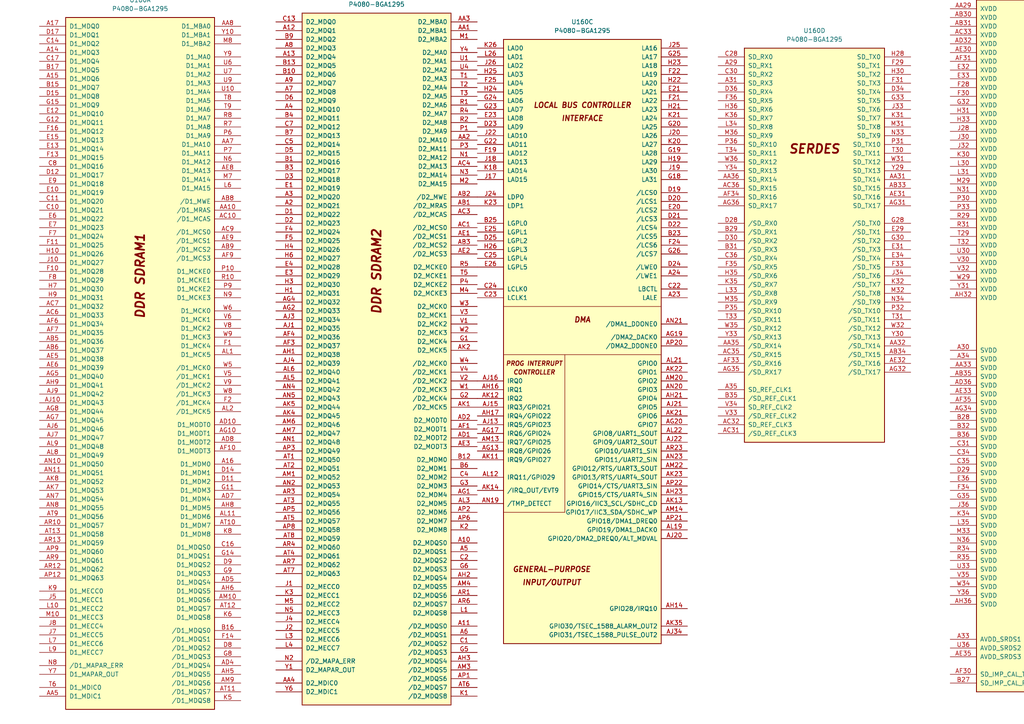
<source format=kicad_sch>
(kicad_sch (version 20250114) (generator "eeschema") (generator_version "9.0")
  (paper "A4")
  (lib_symbols
    (symbol "CPU:P4080-BGA1295" (pin_names (offset 1.016))
      (property "Reference" "U" (at 1.27 19.05 0))
      (property "Value" "P4080-BGA1295" (at 1.27 16.51 0))
      (symbol "P4080-BGA1295_1_1"
        (text "DDR SDRAM1" (at 1.27 26.67 900) (effects (font (size 2.54 2.54) (bold yes) (italic yes))))
        (pin bidirectional line (at -27.94 99.06 0) (length 7.62) (name "D1_MDQ0") (number "A17"))
        (pin bidirectional line (at -27.94 96.52 0) (length 7.62) (name "D1_MDQ1") (number "D17"))
        (pin bidirectional line (at -27.94 93.98 0) (length 7.62) (name "D1_MDQ2") (number "C14"))
        (pin bidirectional line (at -27.94 91.44 0) (length 7.62) (name "D1_MDQ3") (number "A14"))
        (pin bidirectional line (at -27.94 88.9 0) (length 7.62) (name "D1_MDQ4") (number "C17"))
        (pin bidirectional line (at -27.94 86.36 0) (length 7.62) (name "D1_MDQ5") (number "B17"))
        (pin bidirectional line (at -27.94 83.82 0) (length 7.62) (name "D1_MDQ6") (number "A15"))
        (pin bidirectional line (at -27.94 81.28 0) (length 7.62) (name "D1_MDQ7") (number "B15"))
        (pin bidirectional line (at -27.94 78.74 0) (length 7.62) (name "D1_MDQ8") (number "D15"))
        (pin bidirectional line (at -27.94 76.2 0) (length 7.62) (name "D1_MDQ9") (number "G15"))
        (pin bidirectional line (at -27.94 73.66 0) (length 7.62) (name "D1_MDQ10") (number "E12"))
        (pin bidirectional line (at -27.94 71.12 0) (length 7.62) (name "D1_MDQ11") (number "G12"))
        (pin bidirectional line (at -27.94 68.58 0) (length 7.62) (name "D1_MDQ12") (number "F16"))
        (pin bidirectional line (at -27.94 66.04 0) (length 7.62) (name "D1_MDQ13") (number "E15"))
        (pin bidirectional line (at -27.94 63.5 0) (length 7.62) (name "D1_MDQ14") (number "E13"))
        (pin bidirectional line (at -27.94 60.96 0) (length 7.62) (name "D1_MDQ15") (number "F13"))
        (pin bidirectional line (at -27.94 58.42 0) (length 7.62) (name "D1_MDQ16") (number "C8"))
        (pin bidirectional line (at -27.94 55.88 0) (length 7.62) (name "D1_MDQ17") (number "D12"))
        (pin bidirectional line (at -27.94 53.34 0) (length 7.62) (name "D1_MDQ18") (number "E9"))
        (pin bidirectional line (at -27.94 50.8 0) (length 7.62) (name "D1_MDQ19") (number "E10"))
        (pin bidirectional line (at -27.94 48.26 0) (length 7.62) (name "D1_MDQ20") (number "C11"))
        (pin bidirectional line (at -27.94 45.72 0) (length 7.62) (name "D1_MDQ21") (number "C10"))
        (pin bidirectional line (at -27.94 43.18 0) (length 7.62) (name "D1_MDQ22") (number "E6"))
        (pin bidirectional line (at -27.94 40.64 0) (length 7.62) (name "D1_MDQ23") (number "E7"))
        (pin bidirectional line (at -27.94 38.1 0) (length 7.62) (name "D1_MDQ24") (number "F7"))
        (pin bidirectional line (at -27.94 35.56 0) (length 7.62) (name "D1_MDQ25") (number "F11"))
        (pin bidirectional line (at -27.94 33.02 0) (length 7.62) (name "D1_MDQ26") (number "H10"))
        (pin bidirectional line (at -27.94 30.48 0) (length 7.62) (name "D1_MDQ27") (number "J10"))
        (pin bidirectional line (at -27.94 27.94 0) (length 7.62) (name "D1_MDQ28") (number "F10"))
        (pin bidirectional line (at -27.94 25.4 0) (length 7.62) (name "D1_MDQ29") (number "F8"))
        (pin bidirectional line (at -27.94 22.86 0) (length 7.62) (name "D1_MDQ30") (number "H7"))
        (pin bidirectional line (at -27.94 20.32 0) (length 7.62) (name "D1_MDQ31") (number "H9"))
        (pin bidirectional line (at -27.94 17.78 0) (length 7.62) (name "D1_MDQ32") (number "AC7"))
        (pin bidirectional line (at -27.94 15.24 0) (length 7.62) (name "D1_MDQ33") (number "AC6"))
        (pin bidirectional line (at -27.94 12.7 0) (length 7.62) (name "D1_MDQ34") (number "AF6"))
        (pin bidirectional line (at -27.94 10.16 0) (length 7.62) (name "D1_MDQ35") (number "AF7"))
        (pin bidirectional line (at -27.94 7.62 0) (length 7.62) (name "D1_MDQ36") (number "AB5"))
        (pin bidirectional line (at -27.94 5.08 0) (length 7.62) (name "D1_MDQ37") (number "AB6"))
        (pin bidirectional line (at -27.94 2.54 0) (length 7.62) (name "D1_MDQ38") (number "AE5"))
        (pin bidirectional line (at -27.94 0 0) (length 7.62) (name "D1_MDQ39") (number "AE6"))
        (pin bidirectional line (at -27.94 -2.54 0) (length 7.62) (name "D1_MDQ40") (number "AG5"))
        (pin bidirectional line (at -27.94 -5.08 0) (length 7.62) (name "D1_MDQ41") (number "AH9"))
        (pin bidirectional line (at -27.94 -7.62 0) (length 7.62) (name "D1_MDQ42") (number "AJ9"))
        (pin bidirectional line (at -27.94 -10.16 0) (length 7.62) (name "D1_MDQ43") (number "AJ10"))
        (pin bidirectional line (at -27.94 -12.7 0) (length 7.62) (name "D1_MDQ44") (number "AG8"))
        (pin bidirectional line (at -27.94 -15.24 0) (length 7.62) (name "D1_MDQ45") (number "AG7"))
        (pin bidirectional line (at -27.94 -17.78 0) (length 7.62) (name "D1_MDQ46") (number "AJ6"))
        (pin bidirectional line (at -27.94 -20.32 0) (length 7.62) (name "D1_MDQ47") (number "AJ7"))
        (pin bidirectional line (at -27.94 -22.86 0) (length 7.62) (name "D1_MDQ48") (number "AL9"))
        (pin bidirectional line (at -27.94 -25.4 0) (length 7.62) (name "D1_MDQ49") (number "AL8"))
        (pin bidirectional line (at -27.94 -27.94 0) (length 7.62) (name "D1_MDQ50") (number "AN10"))
        (pin bidirectional line (at -27.94 -30.48 0) (length 7.62) (name "D1_MDQ51") (number "AN11"))
        (pin bidirectional line (at -27.94 -33.02 0) (length 7.62) (name "D1_MDQ52") (number "AK8"))
        (pin bidirectional line (at -27.94 -35.56 0) (length 7.62) (name "D1_MDQ53") (number "AK7"))
        (pin bidirectional line (at -27.94 -38.1 0) (length 7.62) (name "D1_MDQ54") (number "AN7"))
        (pin bidirectional line (at -27.94 -40.64 0) (length 7.62) (name "D1_MDQ55") (number "AN8"))
        (pin bidirectional line (at -27.94 -43.18 0) (length 7.62) (name "D1_MDQ56") (number "AT9"))
        (pin bidirectional line (at -27.94 -45.72 0) (length 7.62) (name "D1_MDQ57") (number "AR10"))
        (pin bidirectional line (at -27.94 -48.26 0) (length 7.62) (name "D1_MDQ58") (number "AT13"))
        (pin bidirectional line (at -27.94 -50.8 0) (length 7.62) (name "D1_MDQ59") (number "AR13"))
        (pin bidirectional line (at -27.94 -53.34 0) (length 7.62) (name "D1_MDQ60") (number "AP9"))
        (pin bidirectional line (at -27.94 -55.88 0) (length 7.62) (name "D1_MDQ61") (number "AR9"))
        (pin bidirectional line (at -27.94 -58.42 0) (length 7.62) (name "D1_MDQ62") (number "AR12"))
        (pin bidirectional line (at -27.94 -60.96 0) (length 7.62) (name "D1_MDQ63") (number "AP12"))
        (pin bidirectional line (at -27.94 -64.77 0) (length 7.62) (name "D1_MECC0") (number "K9"))
        (pin bidirectional line (at -27.94 -67.31 0) (length 7.62) (name "D1_MECC1") (number "J5"))
        (pin bidirectional line (at -27.94 -69.85 0) (length 7.62) (name "D1_MECC2") (number "L10"))
        (pin bidirectional line (at -27.94 -72.39 0) (length 7.62) (name "D1_MECC3") (number "M10"))
        (pin bidirectional line (at -27.94 -74.93 0) (length 7.62) (name "D1_MECC4") (number "J8"))
        (pin bidirectional line (at -27.94 -77.47 0) (length 7.62) (name "D1_MECC5") (number "J7"))
        (pin bidirectional line (at -27.94 -80.01 0) (length 7.62) (name "D1_MECC6") (number "L7"))
        (pin bidirectional line (at -27.94 -82.55 0) (length 7.62) (name "D1_MECC7") (number "L9"))
        (pin input line (at -27.94 -86.36 0) (length 7.62) (name "/D1_MAPAR_ERR") (number "N8"))
        (pin output line (at -27.94 -88.9 0) (length 7.62) (name "D1_MAPAR_OUT") (number "Y7"))
        (pin bidirectional line (at -27.94 -92.71 0) (length 7.62) (name "D1_MDIC0") (number "T6"))
        (pin bidirectional line (at -27.94 -95.25 0) (length 7.62) (name "D1_MDIC1") (number "AA5"))
        (pin output line (at 30.48 99.06 180) (length 7.62) (name "D1_MBA0") (number "AA8"))
        (pin output line (at 30.48 96.52 180) (length 7.62) (name "D1_MBA1") (number "Y10"))
        (pin output line (at 30.48 93.98 180) (length 7.62) (name "D1_MBA2") (number "M8"))
        (pin output line (at 30.48 90.17 180) (length 7.62) (name "D1_MA0") (number "Y9"))
        (pin output line (at 30.48 87.63 180) (length 7.62) (name "D1_MA1") (number "U6"))
        (pin output line (at 30.48 85.09 180) (length 7.62) (name "D1_MA2") (number "U7"))
        (pin output line (at 30.48 82.55 180) (length 7.62) (name "D1_MA3") (number "U9"))
        (pin output line (at 30.48 80.01 180) (length 7.62) (name "D1_MA4") (number "U10"))
        (pin output line (at 30.48 77.47 180) (length 7.62) (name "D1_MA5") (number "T8"))
        (pin output line (at 30.48 74.93 180) (length 7.62) (name "D1_MA6") (number "T9"))
        (pin output line (at 30.48 72.39 180) (length 7.62) (name "D1_MA7") (number "R8"))
        (pin output line (at 30.48 69.85 180) (length 7.62) (name "D1_MA8") (number "R7"))
        (pin output line (at 30.48 67.31 180) (length 7.62) (name "D1_MA9") (number "P6"))
        (pin output line (at 30.48 64.77 180) (length 7.62) (name "D1_MA10") (number "AA7"))
        (pin output line (at 30.48 62.23 180) (length 7.62) (name "D1_MA11") (number "P7"))
        (pin output line (at 30.48 59.69 180) (length 7.62) (name "D1_MA12") (number "N6"))
        (pin output line (at 30.48 57.15 180) (length 7.62) (name "D1_MA13") (number "AE8"))
        (pin output line (at 30.48 54.61 180) (length 7.62) (name "D1_MA14") (number "M7"))
        (pin output line (at 30.48 52.07 180) (length 7.62) (name "D1_MA15") (number "L6"))
        (pin output line (at 30.48 48.26 180) (length 7.62) (name "/D1_MWE") (number "AB8"))
        (pin output line (at 30.48 45.72 180) (length 7.62) (name "/D1_MRAS") (number "AA10"))
        (pin output line (at 30.48 43.18 180) (length 7.62) (name "/D1_MCAS") (number "AC10"))
        (pin output line (at 30.48 39.37 180) (length 7.62) (name "/D1_MCS0") (number "AC9"))
        (pin output line (at 30.48 36.83 180) (length 7.62) (name "/D1_MCS1") (number "AE9"))
        (pin output line (at 30.48 34.29 180) (length 7.62) (name "/D1_MCS2") (number "AB9"))
        (pin output line (at 30.48 31.75 180) (length 7.62) (name "/D1_MCS3") (number "AF9"))
        (pin output line (at 30.48 27.94 180) (length 7.62) (name "D1_MCKE0") (number "P10"))
        (pin output line (at 30.48 25.4 180) (length 7.62) (name "D1_MCKE1") (number "R10"))
        (pin output line (at 30.48 22.86 180) (length 7.62) (name "D1_MCKE2") (number "P9"))
        (pin output line (at 30.48 20.32 180) (length 7.62) (name "D1_MCKE3") (number "N9"))
        (pin output line (at 30.48 16.51 180) (length 7.62) (name "D1_MCK0") (number "W6"))
        (pin output line (at 30.48 13.97 180) (length 7.62) (name "D1_MCK1") (number "V6"))
        (pin output line (at 30.48 11.43 180) (length 7.62) (name "D1_MCK2") (number "V8"))
        (pin output line (at 30.48 8.89 180) (length 7.62) (name "D1_MCK3") (number "W9"))
        (pin output line (at 30.48 6.35 180) (length 7.62) (name "D1_MCK4") (number "F1"))
        (pin output line (at 30.48 3.81 180) (length 7.62) (name "D1_MCK5") (number "AL1"))
        (pin output line (at 30.48 0 180) (length 7.62) (name "/D1_MCK0") (number "W5"))
        (pin output line (at 30.48 -2.54 180) (length 7.62) (name "/D1_MCK1") (number "V5"))
        (pin output line (at 30.48 -5.08 180) (length 7.62) (name "/D1_MCK2") (number "V9"))
        (pin output line (at 30.48 -7.62 180) (length 7.62) (name "/D1_MCK3") (number "W8"))
        (pin output line (at 30.48 -10.16 180) (length 7.62) (name "/D1_MCK4") (number "F2"))
        (pin output line (at 30.48 -12.7 180) (length 7.62) (name "/D1_MCK5") (number "AL2"))
        (pin output line (at 30.48 -16.51 180) (length 7.62) (name "D1_MODT0") (number "AD10"))
        (pin output line (at 30.48 -19.05 180) (length 7.62) (name "D1_MODT1") (number "AG10"))
        (pin output line (at 30.48 -21.59 180) (length 7.62) (name "D1_MODT2") (number "AD8"))
        (pin output line (at 30.48 -24.13 180) (length 7.62) (name "D1_MODT3") (number "AF10"))
        (pin output line (at 30.48 -27.94 180) (length 7.62) (name "D1_MDM0") (number "A16"))
        (pin output line (at 30.48 -30.48 180) (length 7.62) (name "D1_MDM1") (number "D14"))
        (pin output line (at 30.48 -33.02 180) (length 7.62) (name "D1_MDM2") (number "D11"))
        (pin output line (at 30.48 -35.56 180) (length 7.62) (name "D1_MDM3") (number "G11"))
        (pin output line (at 30.48 -38.1 180) (length 7.62) (name "D1_MDM4") (number "AD7"))
        (pin output line (at 30.48 -40.64 180) (length 7.62) (name "D1_MDM5") (number "AH8"))
        (pin output line (at 30.48 -43.18 180) (length 7.62) (name "D1_MDM6") (number "AL11"))
        (pin output line (at 30.48 -45.72 180) (length 7.62) (name "D1_MDM7") (number "AT10"))
        (pin output line (at 30.48 -48.26 180) (length 7.62) (name "D1_MDM8") (number "K8"))
        (pin bidirectional line (at 30.48 -52.07 180) (length 7.62) (name "D1_MDQS0") (number "C16"))
        (pin bidirectional line (at 30.48 -54.61 180) (length 7.62) (name "D1_MDQS1") (number "G14"))
        (pin bidirectional line (at 30.48 -57.15 180) (length 7.62) (name "D1_MDQS2") (number "D9"))
        (pin bidirectional line (at 30.48 -59.69 180) (length 7.62) (name "D1_MDQS3") (number "G9"))
        (pin bidirectional line (at 30.48 -62.23 180) (length 7.62) (name "D1_MDQS4") (number "AD5"))
        (pin bidirectional line (at 30.48 -64.77 180) (length 7.62) (name "D1_MDQS5") (number "AH6"))
        (pin bidirectional line (at 30.48 -67.31 180) (length 7.62) (name "D1_MDQS6") (number "AM10"))
        (pin bidirectional line (at 30.48 -69.85 180) (length 7.62) (name "D1_MDQS7") (number "AT12"))
        (pin bidirectional line (at 30.48 -72.39 180) (length 7.62) (name "D1_MDQS8") (number "K6"))
        (pin bidirectional line (at 30.48 -76.2 180) (length 7.62) (name "/D1_MDQS0") (number "B16"))
        (pin bidirectional line (at 30.48 -78.74 180) (length 7.62) (name "/D1_MDQS1") (number "F14"))
        (pin bidirectional line (at 30.48 -81.28 180) (length 7.62) (name "/D1_MDQS2") (number "D8"))
        (pin bidirectional line (at 30.48 -83.82 180) (length 7.62) (name "/D1_MDQS3") (number "G8"))
        (pin bidirectional line (at 30.48 -86.36 180) (length 7.62) (name "/D1_MDQS4") (number "AD4"))
        (pin bidirectional line (at 30.48 -88.9 180) (length 7.62) (name "/D1_MDQS5") (number "AH5"))
        (pin bidirectional line (at 30.48 -91.44 180) (length 7.62) (name "/D1_MDQS6") (number "AM9"))
        (pin bidirectional line (at 30.48 -93.98 180) (length 7.62) (name "/D1_MDQS7") (number "AT11"))
        (pin bidirectional line (at 30.48 -96.52 180) (length 7.62) (name "/D1_MDQS8") (number "K5"))
      )
      (symbol "P4080-BGA1295_2_1"
        (text "DDR SDRAM2" (at 1.27 26.67 900) (effects (font (size 2.54 2.54) (bold yes) (italic yes))))
        (pin bidirectional line (at -27.94 99.06 0) (length 7.62) (name "D2_MDQ0") (number "C13"))
        (pin bidirectional line (at -27.94 96.52 0) (length 7.62) (name "D2_MDQ1") (number "A12"))
        (pin bidirectional line (at -27.94 93.98 0) (length 7.62) (name "D2_MDQ2") (number "B9"))
        (pin bidirectional line (at -27.94 91.44 0) (length 7.62) (name "D2_MDQ3") (number "A8"))
        (pin bidirectional line (at -27.94 88.9 0) (length 7.62) (name "D2_MDQ4") (number "A13"))
        (pin bidirectional line (at -27.94 86.36 0) (length 7.62) (name "D2_MDQ5") (number "B13"))
        (pin bidirectional line (at -27.94 83.82 0) (length 7.62) (name "D2_MDQ6") (number "B10"))
        (pin bidirectional line (at -27.94 81.28 0) (length 7.62) (name "D2_MDQ7") (number "A9"))
        (pin bidirectional line (at -27.94 78.74 0) (length 7.62) (name "D2_MDQ8") (number "A7"))
        (pin bidirectional line (at -27.94 76.2 0) (length 7.62) (name "D2_MDQ9") (number "D6"))
        (pin bidirectional line (at -27.94 73.66 0) (length 7.62) (name "D2_MDQ10") (number "A4"))
        (pin bidirectional line (at -27.94 71.12 0) (length 7.62) (name "D2_MDQ11") (number "B4"))
        (pin bidirectional line (at -27.94 68.58 0) (length 7.62) (name "D2_MDQ12") (number "C7"))
        (pin bidirectional line (at -27.94 66.04 0) (length 7.62) (name "D2_MDQ13") (number "B7"))
        (pin bidirectional line (at -27.94 63.5 0) (length 7.62) (name "D2_MDQ14") (number "C5"))
        (pin bidirectional line (at -27.94 60.96 0) (length 7.62) (name "D2_MDQ15") (number "D5"))
        (pin bidirectional line (at -27.94 58.42 0) (length 7.62) (name "D2_MDQ16") (number "B1"))
        (pin bidirectional line (at -27.94 55.88 0) (length 7.62) (name "D2_MDQ17") (number "B3"))
        (pin bidirectional line (at -27.94 53.34 0) (length 7.62) (name "D2_MDQ18") (number "D3"))
        (pin bidirectional line (at -27.94 50.8 0) (length 7.62) (name "D2_MDQ19") (number "E1"))
        (pin bidirectional line (at -27.94 48.26 0) (length 7.62) (name "D2_MDQ20") (number "A3"))
        (pin bidirectional line (at -27.94 45.72 0) (length 7.62) (name "D2_MDQ21") (number "A2"))
        (pin bidirectional line (at -27.94 43.18 0) (length 7.62) (name "D2_MDQ22") (number "D1"))
        (pin bidirectional line (at -27.94 40.64 0) (length 7.62) (name "D2_MDQ23") (number "D2"))
        (pin bidirectional line (at -27.94 38.1 0) (length 7.62) (name "D2_MDQ24") (number "F4"))
        (pin bidirectional line (at -27.94 35.56 0) (length 7.62) (name "D2_MDQ25") (number "F5"))
        (pin bidirectional line (at -27.94 33.02 0) (length 7.62) (name "D2_MDQ26") (number "H4"))
        (pin bidirectional line (at -27.94 30.48 0) (length 7.62) (name "D2_MDQ27") (number "H6"))
        (pin bidirectional line (at -27.94 27.94 0) (length 7.62) (name "D2_MDQ28") (number "E4"))
        (pin bidirectional line (at -27.94 25.4 0) (length 7.62) (name "D2_MDQ29") (number "E3"))
        (pin bidirectional line (at -27.94 22.86 0) (length 7.62) (name "D2_MDQ30") (number "H3"))
        (pin bidirectional line (at -27.94 20.32 0) (length 7.62) (name "D2_MDQ31") (number "H1"))
        (pin bidirectional line (at -27.94 17.78 0) (length 7.62) (name "D2_MDQ32") (number "AG4"))
        (pin bidirectional line (at -27.94 15.24 0) (length 7.62) (name "D2_MDQ33") (number "AG2"))
        (pin bidirectional line (at -27.94 12.7 0) (length 7.62) (name "D2_MDQ34") (number "AJ3"))
        (pin bidirectional line (at -27.94 10.16 0) (length 7.62) (name "D2_MDQ35") (number "AJ1"))
        (pin bidirectional line (at -27.94 7.62 0) (length 7.62) (name "D2_MDQ36") (number "AF4"))
        (pin bidirectional line (at -27.94 5.08 0) (length 7.62) (name "D2_MDQ37") (number "AF3"))
        (pin bidirectional line (at -27.94 2.54 0) (length 7.62) (name "D2_MDQ38") (number "AH1"))
        (pin bidirectional line (at -27.94 0 0) (length 7.62) (name "D2_MDQ39") (number "AJ4"))
        (pin bidirectional line (at -27.94 -2.54 0) (length 7.62) (name "D2_MDQ40") (number "AL6"))
        (pin bidirectional line (at -27.94 -5.08 0) (length 7.62) (name "D2_MDQ41") (number "AL5"))
        (pin bidirectional line (at -27.94 -7.62 0) (length 7.62) (name "D2_MDQ42") (number "AN4"))
        (pin bidirectional line (at -27.94 -10.16 0) (length 7.62) (name "D2_MDQ43") (number "AN5"))
        (pin bidirectional line (at -27.94 -12.7 0) (length 7.62) (name "D2_MDQ44") (number "AK5"))
        (pin bidirectional line (at -27.94 -15.24 0) (length 7.62) (name "D2_MDQ45") (number "AK4"))
        (pin bidirectional line (at -27.94 -17.78 0) (length 7.62) (name "D2_MDQ46") (number "AM6"))
        (pin bidirectional line (at -27.94 -20.32 0) (length 7.62) (name "D2_MDQ47") (number "AM7"))
        (pin bidirectional line (at -27.94 -22.86 0) (length 7.62) (name "D2_MDQ48") (number "AN1"))
        (pin bidirectional line (at -27.94 -25.4 0) (length 7.62) (name "D2_MDQ49") (number "AP3"))
        (pin bidirectional line (at -27.94 -27.94 0) (length 7.62) (name "D2_MDQ50") (number "AT1"))
        (pin bidirectional line (at -27.94 -30.48 0) (length 7.62) (name "D2_MDQ51") (number "AT2"))
        (pin bidirectional line (at -27.94 -33.02 0) (length 7.62) (name "D2_MDQ52") (number "AM1"))
        (pin bidirectional line (at -27.94 -35.56 0) (length 7.62) (name "D2_MDQ53") (number "AN2"))
        (pin bidirectional line (at -27.94 -38.1 0) (length 7.62) (name "D2_MDQ54") (number "AR3"))
        (pin bidirectional line (at -27.94 -40.64 0) (length 7.62) (name "D2_MDQ55") (number "AT3"))
        (pin bidirectional line (at -27.94 -43.18 0) (length 7.62) (name "D2_MDQ56") (number "AP5"))
        (pin bidirectional line (at -27.94 -45.72 0) (length 7.62) (name "D2_MDQ57") (number "AT5"))
        (pin bidirectional line (at -27.94 -48.26 0) (length 7.62) (name "D2_MDQ58") (number "AP8"))
        (pin bidirectional line (at -27.94 -50.8 0) (length 7.62) (name "D2_MDQ59") (number "AT8"))
        (pin bidirectional line (at -27.94 -53.34 0) (length 7.62) (name "D2_MDQ60") (number "AR4"))
        (pin bidirectional line (at -27.94 -55.88 0) (length 7.62) (name "D2_MDQ61") (number "AT4"))
        (pin bidirectional line (at -27.94 -58.42 0) (length 7.62) (name "D2_MDQ62") (number "AR7"))
        (pin bidirectional line (at -27.94 -60.96 0) (length 7.62) (name "D2_MDQ63") (number "AT7"))
        (pin bidirectional line (at -27.94 -64.77 0) (length 7.62) (name "D2_MECC0") (number "J1"))
        (pin bidirectional line (at -27.94 -67.31 0) (length 7.62) (name "D2_MECC1") (number "K3"))
        (pin bidirectional line (at -27.94 -69.85 0) (length 7.62) (name "D2_MECC2") (number "M5"))
        (pin bidirectional line (at -27.94 -72.39 0) (length 7.62) (name "D2_MECC3") (number "N5"))
        (pin bidirectional line (at -27.94 -74.93 0) (length 7.62) (name "D2_MECC4") (number "J4"))
        (pin bidirectional line (at -27.94 -77.47 0) (length 7.62) (name "D2_MECC5") (number "J2"))
        (pin bidirectional line (at -27.94 -80.01 0) (length 7.62) (name "D2_MECC6") (number "L3"))
        (pin bidirectional line (at -27.94 -82.55 0) (length 7.62) (name "D2_MECC7") (number "L4"))
        (pin input line (at -27.94 -86.36 0) (length 7.62) (name "/D2_MAPA_ERR") (number "N2"))
        (pin output line (at -27.94 -88.9 0) (length 7.62) (name "D2_MAPAR_OUT") (number "Y1"))
        (pin bidirectional line (at -27.94 -92.71 0) (length 7.62) (name "D2_MDIC0") (number "AA4"))
        (pin bidirectional line (at -27.94 -95.25 0) (length 7.62) (name "D2_MDIC1") (number "Y6"))
        (pin output line (at 30.48 99.06 180) (length 7.62) (name "D2_MBA0") (number "AA3"))
        (pin output line (at 30.48 96.52 180) (length 7.62) (name "D2_MBA1") (number "AA1"))
        (pin output line (at 30.48 93.98 180) (length 7.62) (name "D2_MBA2") (number "M1"))
        (pin output line (at 30.48 90.17 180) (length 7.62) (name "D2_MA0") (number "Y4"))
        (pin output line (at 30.48 87.63 180) (length 7.62) (name "D2_MA1") (number "U1"))
        (pin output line (at 30.48 85.09 180) (length 7.62) (name "D2_MA2") (number "U4"))
        (pin output line (at 30.48 82.55 180) (length 7.62) (name "D2_MA3") (number "T1"))
        (pin output line (at 30.48 80.01 180) (length 7.62) (name "D2_MA4") (number "T2"))
        (pin output line (at 30.48 77.47 180) (length 7.62) (name "D2_MA5") (number "T3"))
        (pin output line (at 30.48 74.93 180) (length 7.62) (name "D2_MA6") (number "R1"))
        (pin output line (at 30.48 72.39 180) (length 7.62) (name "D2_MA7") (number "R4"))
        (pin output line (at 30.48 69.85 180) (length 7.62) (name "D2_MA8") (number "R2"))
        (pin output line (at 30.48 67.31 180) (length 7.62) (name "D2_MA9") (number "P1"))
        (pin output line (at 30.48 64.77 180) (length 7.62) (name "D2_MA10") (number "AA2"))
        (pin output line (at 30.48 62.23 180) (length 7.62) (name "D2_MA11") (number "P3"))
        (pin output line (at 30.48 59.69 180) (length 7.62) (name "D2_MA12") (number "N1"))
        (pin output line (at 30.48 57.15 180) (length 7.62) (name "D2_MA13") (number "AC4"))
        (pin output line (at 30.48 54.61 180) (length 7.62) (name "D2_MA14") (number "N3"))
        (pin output line (at 30.48 52.07 180) (length 7.62) (name "D2_MA15") (number "M2"))
        (pin output line (at 30.48 48.26 180) (length 7.62) (name "/D2_MWE") (number "AB2"))
        (pin output line (at 30.48 45.72 180) (length 7.62) (name "/D2_MRAS") (number "AB1"))
        (pin output line (at 30.48 43.18 180) (length 7.62) (name "/D2_MCAS") (number "AC3"))
        (pin output line (at 30.48 39.37 180) (length 7.62) (name "/D2_MCS0") (number "AC1"))
        (pin output line (at 30.48 36.83 180) (length 7.62) (name "/D2_MCS1") (number "AE1"))
        (pin output line (at 30.48 34.29 180) (length 7.62) (name "/D2_MCS2") (number "AB3"))
        (pin output line (at 30.48 31.75 180) (length 7.62) (name "/D2_MCS3") (number "AE2"))
        (pin output line (at 30.48 27.94 180) (length 7.62) (name "D2_MCKE0") (number "R5"))
        (pin output line (at 30.48 25.4 180) (length 7.62) (name "D2_MCKE1") (number "T5"))
        (pin output line (at 30.48 22.86 180) (length 7.62) (name "D2_MCKE2") (number "P4"))
        (pin output line (at 30.48 20.32 180) (length 7.62) (name "D2_MCKE3") (number "M4"))
        (pin output line (at 30.48 16.51 180) (length 7.62) (name "D2_MCK0") (number "W3"))
        (pin output line (at 30.48 13.97 180) (length 7.62) (name "D2_MCK1") (number "V3"))
        (pin output line (at 30.48 11.43 180) (length 7.62) (name "D2_MCK2") (number "V1"))
        (pin output line (at 30.48 8.89 180) (length 7.62) (name "D2_MCK3") (number "W2"))
        (pin output line (at 30.48 6.35 180) (length 7.62) (name "D2_MCK4") (number "G1"))
        (pin output line (at 30.48 3.81 180) (length 7.62) (name "D2_MCK5") (number "AK2"))
        (pin output line (at 30.48 0 180) (length 7.62) (name "/D2_MCK0") (number "W4"))
        (pin output line (at 30.48 -2.54 180) (length 7.62) (name "/D2_MCK1") (number "V4"))
        (pin output line (at 30.48 -5.08 180) (length 7.62) (name "/D2_MCK2") (number "V2"))
        (pin output line (at 30.48 -7.62 180) (length 7.62) (name "/D2_MCK3") (number "W1"))
        (pin output line (at 30.48 -10.16 180) (length 7.62) (name "/D2_MCK4") (number "G2"))
        (pin output line (at 30.48 -12.7 180) (length 7.62) (name "/D2_MCK5") (number "AK1"))
        (pin output line (at 30.48 -16.51 180) (length 7.62) (name "D2_MODT0") (number "AD2"))
        (pin output line (at 30.48 -19.05 180) (length 7.62) (name "D2_MODT1") (number "AF1"))
        (pin output line (at 30.48 -21.59 180) (length 7.62) (name "D2_MODT2") (number "AD1"))
        (pin output line (at 30.48 -24.13 180) (length 7.62) (name "D2_MODT3") (number "AE3"))
        (pin output line (at 30.48 -27.94 180) (length 7.62) (name "D2_MDM0") (number "B12"))
        (pin output line (at 30.48 -30.48 180) (length 7.62) (name "D2_MDM1") (number "B6"))
        (pin output line (at 30.48 -33.02 180) (length 7.62) (name "D2_MDM2") (number "C4"))
        (pin output line (at 30.48 -35.56 180) (length 7.62) (name "D2_MDM3") (number "G3"))
        (pin output line (at 30.48 -38.1 180) (length 7.62) (name "D2_MDM4") (number "AG1"))
        (pin output line (at 30.48 -40.64 180) (length 7.62) (name "D2_MDM5") (number "AL3"))
        (pin output line (at 30.48 -43.18 180) (length 7.62) (name "D2_MDM6") (number "AP2"))
        (pin output line (at 30.48 -45.72 180) (length 7.62) (name "D2_MDM7") (number "AP6"))
        (pin output line (at 30.48 -48.26 180) (length 7.62) (name "D2_MDM8") (number "K2"))
        (pin bidirectional line (at 30.48 -52.07 180) (length 7.62) (name "D2_MDQS0") (number "A10"))
        (pin bidirectional line (at 30.48 -54.61 180) (length 7.62) (name "D2_MDQS1") (number "A5"))
        (pin bidirectional line (at 30.48 -57.15 180) (length 7.62) (name "D2_MDQS2") (number "C2"))
        (pin bidirectional line (at 30.48 -59.69 180) (length 7.62) (name "D2_MDQS3") (number "G6"))
        (pin bidirectional line (at 30.48 -62.23 180) (length 7.62) (name "D2_MDQS4") (number "AH2"))
        (pin bidirectional line (at 30.48 -64.77 180) (length 7.62) (name "D2_MDQS5") (number "AM4"))
        (pin bidirectional line (at 30.48 -67.31 180) (length 7.62) (name "D2_MDQS6") (number "AR1"))
        (pin bidirectional line (at 30.48 -69.85 180) (length 7.62) (name "D2_MDQS7") (number "AR6"))
        (pin bidirectional line (at 30.48 -72.39 180) (length 7.62) (name "D2_MDQS8") (number "L1"))
        (pin bidirectional line (at 30.48 -76.2 180) (length 7.62) (name "/D2_MDQS0") (number "A11"))
        (pin bidirectional line (at 30.48 -78.74 180) (length 7.62) (name "/D2_MDQS1") (number "A6"))
        (pin bidirectional line (at 30.48 -81.28 180) (length 7.62) (name "/D2_MDQS2") (number "C1"))
        (pin bidirectional line (at 30.48 -83.82 180) (length 7.62) (name "/D2_MDQS3") (number "G5"))
        (pin bidirectional line (at 30.48 -86.36 180) (length 7.62) (name "/D2_MDQS4") (number "AH3"))
        (pin bidirectional line (at 30.48 -88.9 180) (length 7.62) (name "/D2_MDQS5") (number "AM3"))
        (pin bidirectional line (at 30.48 -91.44 180) (length 7.62) (name "/D2_MDQS6") (number "AP1"))
        (pin bidirectional line (at 30.48 -93.98 180) (length 7.62) (name "/D2_MDQS7") (number "AT6"))
        (pin bidirectional line (at 30.48 -96.52 180) (length 7.62) (name "/D2_MDQS8") (number "K1"))
      )
      (symbol "P4080-BGA1295_3_1"
        (text "PROG INTERRUPT" (at -13.97 -5.08 0) (effects (font (size 1.27 1.27) (bold yes) (italic yes))))
        (text "CONTROLLER" (at -13.97 -7.62 0) (effects (font (size 1.27 1.27) (bold yes) (italic yes))))
        (text "GENERAL-PURPOSE" (at -8.89 -64.77 0) (effects (font (size 1.524 1.524) (bold yes) (italic yes))))
        (text "INPUT/OUTPUT" (at -8.89 -68.58 0) (effects (font (size 1.524 1.524) (bold yes) (italic yes))))
        (text "LOCAL BUS CONTROLLER" (at 0 69.85 0) (effects (font (size 1.524 1.524) (bold yes) (italic yes))))
        (text "INTERFACE" (at 0 66.04 0) (effects (font (size 1.524 1.524) (bold yes) (italic yes))))
        (text "DMA" (at 0 7.62 0) (effects (font (size 1.524 1.524) (bold yes) (italic yes))))
        (pin bidirectional line (at -30.48 86.36 0) (length 7.62) (name "LAD0") (number "K26"))
        (pin bidirectional line (at -30.48 83.82 0) (length 7.62) (name "LAD1") (number "L26"))
        (pin bidirectional line (at -30.48 81.28 0) (length 7.62) (name "LAD2") (number "J26"))
        (pin bidirectional line (at -30.48 78.74 0) (length 7.62) (name "LAD3") (number "H25"))
        (pin bidirectional line (at -30.48 76.2 0) (length 7.62) (name "LAD4") (number "F25"))
        (pin bidirectional line (at -30.48 73.66 0) (length 7.62) (name "LAD5") (number "H24"))
        (pin bidirectional line (at -30.48 71.12 0) (length 7.62) (name "LAD6") (number "G24"))
        (pin bidirectional line (at -30.48 68.58 0) (length 7.62) (name "LAD7") (number "G23"))
        (pin bidirectional line (at -30.48 66.04 0) (length 7.62) (name "LAD8") (number "E23"))
        (pin bidirectional line (at -30.48 63.5 0) (length 7.62) (name "LAD9") (number "D23"))
        (pin bidirectional line (at -30.48 60.96 0) (length 7.62) (name "LAD10") (number "J22"))
        (pin bidirectional line (at -30.48 58.42 0) (length 7.62) (name "LAD11") (number "G22"))
        (pin bidirectional line (at -30.48 55.88 0) (length 7.62) (name "LAD12") (number "F19"))
        (pin bidirectional line (at -30.48 53.34 0) (length 7.62) (name "LAD13") (number "J18"))
        (pin bidirectional line (at -30.48 50.8 0) (length 7.62) (name "LAD14") (number "K18"))
        (pin bidirectional line (at -30.48 48.26 0) (length 7.62) (name "LAD15") (number "J17"))
        (pin bidirectional line (at -30.48 43.18 0) (length 7.62) (name "LDP0") (number "J24"))
        (pin bidirectional line (at -30.48 40.64 0) (length 7.62) (name "LDP1") (number "K23"))
        (pin output line (at -30.48 35.56 0) (length 7.62) (name "LGPL0") (number "B25"))
        (pin output line (at -30.48 33.02 0) (length 7.62) (name "LGPL1") (number "E25"))
        (pin output line (at -30.48 30.48 0) (length 7.62) (name "LGPL2") (number "D25"))
        (pin output line (at -30.48 27.94 0) (length 7.62) (name "LGPL3") (number "H26"))
        (pin bidirectional line (at -30.48 25.4 0) (length 7.62) (name "LGPL4") (number "C25"))
        (pin output line (at -30.48 22.86 0) (length 7.62) (name "LGPL5") (number "E26"))
        (pin output line (at -30.48 16.51 0) (length 7.62) (name "LCLK0") (number "C24"))
        (pin output line (at -30.48 13.97 0) (length 7.62) (name "LCLK1") (number "C23"))
        (pin input line (at -30.48 -10.16 0) (length 7.62) (name "IRQ0") (number "AJ16"))
        (pin input line (at -30.48 -12.7 0) (length 7.62) (name "IRQ1") (number "AH16"))
        (pin input line (at -30.48 -15.24 0) (length 7.62) (name "IRQ2") (number "AK12"))
        (pin input line (at -30.48 -17.78 0) (length 7.62) (name "IRQ3/GPIO21") (number "AJ15"))
        (pin input line (at -30.48 -20.32 0) (length 7.62) (name "IRQ4/GPIO22") (number "AH17"))
        (pin input line (at -30.48 -22.86 0) (length 7.62) (name "IRQ5/GPIO23") (number "AJ13"))
        (pin input line (at -30.48 -25.4 0) (length 7.62) (name "IRQ6/GPIO24") (number "AG17"))
        (pin input line (at -30.48 -27.94 0) (length 7.62) (name "IRQ7/GPIO25") (number "AM13"))
        (pin input line (at -30.48 -30.48 0) (length 7.62) (name "IRQ8/GPIO26") (number "AG13"))
        (pin input line (at -30.48 -33.02 0) (length 7.62) (name "IRQ9/GPIO27") (number "AK11"))
        (pin input line (at -30.48 -38.1 0) (length 7.62) (name "IRQ11/GPIO29") (number "AL12"))
        (pin output line (at -30.48 -41.91 0) (length 7.62) (name "/IRQ_OUT/EVT9") (number "AK14"))
        (pin input line (at -30.48 -45.72 0) (length 7.62) (name "/TMP_DETECT") (number "AN19"))
        (pin output line (at 30.48 86.36 180) (length 7.62) (name "LA16") (number "J25"))
        (pin output line (at 30.48 83.82 180) (length 7.62) (name "LA17") (number "G25"))
        (pin output line (at 30.48 81.28 180) (length 7.62) (name "LA18") (number "H23"))
        (pin output line (at 30.48 78.74 180) (length 7.62) (name "LA19") (number "F22"))
        (pin output line (at 30.48 76.2 180) (length 7.62) (name "LA20") (number "H22"))
        (pin output line (at 30.48 73.66 180) (length 7.62) (name "LA21") (number "E21"))
        (pin output line (at 30.48 71.12 180) (length 7.62) (name "LA22") (number "F21"))
        (pin output line (at 30.48 68.58 180) (length 7.62) (name "LA23") (number "H21"))
        (pin output line (at 30.48 66.04 180) (length 7.62) (name "LA24") (number "K21"))
        (pin output line (at 30.48 63.5 180) (length 7.62) (name "LA25") (number "G20"))
        (pin output line (at 30.48 60.96 180) (length 7.62) (name "LA26") (number "J20"))
        (pin output line (at 30.48 58.42 180) (length 7.62) (name "LA27") (number "K20"))
        (pin output line (at 30.48 55.88 180) (length 7.62) (name "LA28") (number "G19"))
        (pin output line (at 30.48 53.34 180) (length 7.62) (name "LA29") (number "H19"))
        (pin output line (at 30.48 50.8 180) (length 7.62) (name "LA30") (number "J19"))
        (pin output line (at 30.48 48.26 180) (length 7.62) (name "LA31") (number "G18"))
        (pin output line (at 30.48 44.45 180) (length 7.62) (name "/LCS0") (number "D19"))
        (pin output line (at 30.48 41.91 180) (length 7.62) (name "/LCS1") (number "D20"))
        (pin output line (at 30.48 39.37 180) (length 7.62) (name "/LCS2") (number "E20"))
        (pin output line (at 30.48 36.83 180) (length 7.62) (name "/LCS3") (number "D21"))
        (pin output line (at 30.48 34.29 180) (length 7.62) (name "/LCS4") (number "D22"))
        (pin output line (at 30.48 31.75 180) (length 7.62) (name "/LCS5") (number "B23"))
        (pin output line (at 30.48 29.21 180) (length 7.62) (name "/LCS6") (number "F24"))
        (pin output line (at 30.48 26.67 180) (length 7.62) (name "/LCS7") (number "G26"))
        (pin output line (at 30.48 22.86 180) (length 7.62) (name "/LWE0") (number "D24"))
        (pin output line (at 30.48 20.32 180) (length 7.62) (name "/LWE1") (number "A24"))
        (pin output line (at 30.48 16.51 180) (length 7.62) (name "LBCTL") (number "C22"))
        (pin bidirectional line (at 30.48 13.97 180) (length 7.62) (name "LALE") (number "A23"))
        (pin output line (at 30.48 6.35 180) (length 7.62) (name "/DMA1_DDONE0") (number "AN21"))
        (pin output line (at 30.48 2.54 180) (length 7.62) (name "/DMA2_DACK0") (number "AG19"))
        (pin output line (at 30.48 0 180) (length 7.62) (name "/DMA2_DDONE0") (number "AP20"))
        (pin bidirectional line (at 30.48 -5.08 180) (length 7.62) (name "GPIO0") (number "AL21"))
        (pin bidirectional line (at 30.48 -7.62 180) (length 7.62) (name "GPIO1") (number "AK22"))
        (pin bidirectional line (at 30.48 -10.16 180) (length 7.62) (name "GPIO2") (number "AM20"))
        (pin bidirectional line (at 30.48 -12.7 180) (length 7.62) (name "GPIO3") (number "AN20"))
        (pin bidirectional line (at 30.48 -15.24 180) (length 7.62) (name "GPIO4") (number "AH21"))
        (pin bidirectional line (at 30.48 -17.78 180) (length 7.62) (name "GPIO5") (number "AJ21"))
        (pin bidirectional line (at 30.48 -20.32 180) (length 7.62) (name "GPIO6") (number "AK21"))
        (pin bidirectional line (at 30.48 -22.86 180) (length 7.62) (name "GPIO7") (number "AG20"))
        (pin bidirectional line (at 30.48 -25.4 180) (length 7.62) (name "GPIO8/UART1_SOUT") (number "AL22"))
        (pin bidirectional line (at 30.48 -27.94 180) (length 7.62) (name "GPIO9/UART2_SOUT") (number "AJ22"))
        (pin bidirectional line (at 30.48 -30.48 180) (length 7.62) (name "GPIO10/UART1_SIN") (number "AR23"))
        (pin bidirectional line (at 30.48 -33.02 180) (length 7.62) (name "GPIO11/UART2_SIN") (number "AN23"))
        (pin bidirectional line (at 30.48 -35.56 180) (length 7.62) (name "GPIO12/RTS/UART3_SOUT") (number "AM22"))
        (pin bidirectional line (at 30.48 -38.1 180) (length 7.62) (name "GPIO13/RTS/UART4_SOUT") (number "AK23"))
        (pin bidirectional line (at 30.48 -40.64 180) (length 7.62) (name "GPIO14/CTS/UART3_SIN") (number "AP22"))
        (pin bidirectional line (at 30.48 -43.18 180) (length 7.62) (name "GPIO15/CTS/UART4_SIN") (number "AH23"))
        (pin bidirectional line (at 30.48 -45.72 180) (length 7.62) (name "GPIO16/IIC3_SCL/SDHC_CD") (number "AK13"))
        (pin bidirectional line (at 30.48 -48.26 180) (length 7.62) (name "GPIO17/IIC3_SDA/SDHC_WP") (number "AM14"))
        (pin bidirectional line (at 30.48 -50.8 180) (length 7.62) (name "GPIO18/DMA1_DREQ0") (number "AP21"))
        (pin bidirectional line (at 30.48 -53.34 180) (length 7.62) (name "GPIO19/DMA1_DACK0") (number "AL19"))
        (pin bidirectional line (at 30.48 -55.88 180) (length 7.62) (name "GPIO20/DMA2_DREQ0/ALT_MDVAL") (number "AJ20"))
        (pin bidirectional line (at 30.48 -76.2 180) (length 7.62) (name "GPIO28/IRQ10") (number "AH14"))
        (pin bidirectional line (at 30.48 -81.28 180) (length 7.62) (name "GPIO30/TSEC_1588_ALARM_OUT2") (number "AK35"))
        (pin bidirectional line (at 30.48 -83.82 180) (length 7.62) (name "GPIO31/TSEC_1588_PULSE_OUT2") (number "AJ34"))
      )
      (symbol "P4080-BGA1295_4_1"
        (text "SERDES" (at 0 29.21 0) (effects (font (size 2.54 2.54) (bold yes) (italic yes))))
        (pin input line (at -27.94 55.88 0) (length 7.62) (name "SD_RX0") (number "C28"))
        (pin input line (at -27.94 53.34 0) (length 7.62) (name "SD_RX1") (number "A29"))
        (pin input line (at -27.94 50.8 0) (length 7.62) (name "SD_RX2") (number "C30"))
        (pin input line (at -27.94 48.26 0) (length 7.62) (name "SD_RX3") (number "A31"))
        (pin input line (at -27.94 45.72 0) (length 7.62) (name "SD_RX4") (number "D36"))
        (pin input line (at -27.94 43.18 0) (length 7.62) (name "SD_RX5") (number "F36"))
        (pin input line (at -27.94 40.64 0) (length 7.62) (name "SD_RX6") (number "H36"))
        (pin input line (at -27.94 38.1 0) (length 7.62) (name "SD_RX7") (number "K36"))
        (pin input line (at -27.94 35.56 0) (length 7.62) (name "SD_RX8") (number "L34"))
        (pin input line (at -27.94 33.02 0) (length 7.62) (name "SD_RX9") (number "M36"))
        (pin input line (at -27.94 30.48 0) (length 7.62) (name "SD_RX10") (number "P36"))
        (pin input line (at -27.94 27.94 0) (length 7.62) (name "SD_RX11") (number "T34"))
        (pin input line (at -27.94 25.4 0) (length 7.62) (name "SD_RX12") (number "W36"))
        (pin input line (at -27.94 22.86 0) (length 7.62) (name "SD_RX13") (number "Y34"))
        (pin input line (at -27.94 20.32 0) (length 7.62) (name "SD_RX14") (number "AA36"))
        (pin input line (at -27.94 17.78 0) (length 7.62) (name "SD_RX15") (number "AC36"))
        (pin input line (at -27.94 15.24 0) (length 7.62) (name "SD_RX16") (number "AF34"))
        (pin input line (at -27.94 12.7 0) (length 7.62) (name "SD_RX17") (number "AG36"))
        (pin input line (at -27.94 7.62 0) (length 7.62) (name "/SD_RX0") (number "D28"))
        (pin input line (at -27.94 5.08 0) (length 7.62) (name "/SD_RX1") (number "B29"))
        (pin input line (at -27.94 2.54 0) (length 7.62) (name "/SD_RX2") (number "D30"))
        (pin input line (at -27.94 0 0) (length 7.62) (name "/SD_RX3") (number "B31"))
        (pin input line (at -27.94 -2.54 0) (length 7.62) (name "/SD_RX4") (number "C36"))
        (pin input line (at -27.94 -5.08 0) (length 7.62) (name "/SD_RX5") (number "F35"))
        (pin input line (at -27.94 -7.62 0) (length 7.62) (name "/SD_RX6") (number "H35"))
        (pin input line (at -27.94 -10.16 0) (length 7.62) (name "/SD_RX7") (number "K35"))
        (pin input line (at -27.94 -12.7 0) (length 7.62) (name "/SD_RX8") (number "L33"))
        (pin input line (at -27.94 -15.24 0) (length 7.62) (name "/SD_RX9") (number "M35"))
        (pin input line (at -27.94 -17.78 0) (length 7.62) (name "/SD_RX10") (number "P35"))
        (pin input line (at -27.94 -20.32 0) (length 7.62) (name "/SD_RX11") (number "T33"))
        (pin input line (at -27.94 -22.86 0) (length 7.62) (name "/SD_RX12") (number "W35"))
        (pin input line (at -27.94 -25.4 0) (length 7.62) (name "/SD_RX13") (number "Y33"))
        (pin input line (at -27.94 -27.94 0) (length 7.62) (name "/SD_RX14") (number "AA35"))
        (pin input line (at -27.94 -30.48 0) (length 7.62) (name "/SD_RX15") (number "AC35"))
        (pin input line (at -27.94 -33.02 0) (length 7.62) (name "/SD_RX16") (number "AF33"))
        (pin input line (at -27.94 -35.56 0) (length 7.62) (name "/SD_RX17") (number "AG35"))
        (pin input line (at -27.94 -40.64 0) (length 7.62) (name "SD_REF_CLK1") (number "A35"))
        (pin input line (at -27.94 -43.18 0) (length 7.62) (name "/SD_REF_CLK1") (number "B35"))
        (pin input line (at -27.94 -45.72 0) (length 7.62) (name "SD_REF_CLK2") (number "V34"))
        (pin input line (at -27.94 -48.26 0) (length 7.62) (name "/SD_REF_CLK2") (number "V33"))
        (pin input line (at -27.94 -50.8 0) (length 7.62) (name "SD_REF_CLK3") (number "AC32"))
        (pin input line (at -27.94 -53.34 0) (length 7.62) (name "/SD_REF_CLK3") (number "AC31"))
        (pin output line (at 27.94 55.88 180) (length 7.62) (name "SD_TX0") (number "H28"))
        (pin output line (at 27.94 53.34 180) (length 7.62) (name "SD_TX1") (number "F29"))
        (pin output line (at 27.94 50.8 180) (length 7.62) (name "SD_TX2") (number "H30"))
        (pin output line (at 27.94 48.26 180) (length 7.62) (name "SD_TX3") (number "F31"))
        (pin output line (at 27.94 45.72 180) (length 7.62) (name "SD_TX4") (number "D34"))
        (pin output line (at 27.94 43.18 180) (length 7.62) (name "SD_TX5") (number "G33"))
        (pin output line (at 27.94 40.64 180) (length 7.62) (name "SD_TX6") (number "J33"))
        (pin output line (at 27.94 38.1 180) (length 7.62) (name "SD_TX7") (number "K31"))
        (pin output line (at 27.94 35.56 180) (length 7.62) (name "SD_TX8") (number "M31"))
        (pin output line (at 27.94 33.02 180) (length 7.62) (name "SD_TX9") (number "N33"))
        (pin output line (at 27.94 30.48 180) (length 7.62) (name "SD_TX10") (number "P31"))
        (pin output line (at 27.94 27.94 180) (length 7.62) (name "SD_TX11") (number "T30"))
        (pin output line (at 27.94 25.4 180) (length 7.62) (name "SD_TX12") (number "W31"))
        (pin output line (at 27.94 22.86 180) (length 7.62) (name "SD_TX13") (number "Y29"))
        (pin output line (at 27.94 20.32 180) (length 7.62) (name "SD_TX14") (number "AA31"))
        (pin output line (at 27.94 17.78 180) (length 7.62) (name "SD_TX15") (number "AB33"))
        (pin output line (at 27.94 15.24 180) (length 7.62) (name "SD_TX16") (number "AE31"))
        (pin output line (at 27.94 12.7 180) (length 7.62) (name "SD_TX17") (number "AG31"))
        (pin output line (at 27.94 7.62 180) (length 7.62) (name "/SD_TX0") (number "G28"))
        (pin output line (at 27.94 5.08 180) (length 7.62) (name "/SD_TX1") (number "E29"))
        (pin output line (at 27.94 2.54 180) (length 7.62) (name "/SD_TX2") (number "G30"))
        (pin output line (at 27.94 0 180) (length 7.62) (name "/SD_TX3") (number "E31"))
        (pin output line (at 27.94 -2.54 180) (length 7.62) (name "/SD_TX4") (number "E34"))
        (pin output line (at 27.94 -5.08 180) (length 7.62) (name "/SD_TX5") (number "F33"))
        (pin output line (at 27.94 -7.62 180) (length 7.62) (name "/SD_TX6") (number "J34"))
        (pin output line (at 27.94 -10.16 180) (length 7.62) (name "/SD_TX7") (number "K32"))
        (pin output line (at 27.94 -12.7 180) (length 7.62) (name "/SD_TX8") (number "M32"))
        (pin output line (at 27.94 -15.24 180) (length 7.62) (name "/SD_TX9") (number "N34"))
        (pin output line (at 27.94 -17.78 180) (length 7.62) (name "/SD_TX10") (number "P32"))
        (pin output line (at 27.94 -20.32 180) (length 7.62) (name "/SD_TX11") (number "T31"))
        (pin output line (at 27.94 -22.86 180) (length 7.62) (name "/SD_TX12") (number "W32"))
        (pin output line (at 27.94 -25.4 180) (length 7.62) (name "/SD_TX13") (number "Y30"))
        (pin output line (at 27.94 -27.94 180) (length 7.62) (name "/SD_TX14") (number "AA32"))
        (pin output line (at 27.94 -30.48 180) (length 7.62) (name "/SD_TX15") (number "AB34"))
        (pin output line (at 27.94 -33.02 180) (length 7.62) (name "/SD_TX16") (number "AE32"))
        (pin output line (at 27.94 -35.56 180) (length 7.62) (name "/SD_TX17") (number "AG32"))
      )
      (symbol "P4080-BGA1295_5_1"
        (text "POWER PINS SERDES" (at 0 39.37 900) (effects (font (size 2.54 2.54) (bold yes) (italic yes))))
        (pin power_in line (at -25.4 99.06 0) (length 7.62) (name "XVDD") (number "AA29"))
        (pin power_in line (at -25.4 96.52 0) (length 7.62) (name "XVDD") (number "AB30"))
        (pin power_in line (at -25.4 93.98 0) (length 7.62) (name "XVDD") (number "AB31"))
        (pin power_in line (at -25.4 91.44 0) (length 7.62) (name "XVDD") (number "AC33"))
        (pin power_in line (at -25.4 88.9 0) (length 7.62) (name "XVDD") (number "AD32"))
        (pin power_in line (at -25.4 86.36 0) (length 7.62) (name "XVDD") (number "AE30"))
        (pin power_in line (at -25.4 83.82 0) (length 7.62) (name "XVDD") (number "AF31"))
        (pin power_in line (at -25.4 81.28 0) (length 7.62) (name "XVDD") (number "E32"))
        (pin power_in line (at -25.4 78.74 0) (length 7.62) (name "XVDD") (number "E33"))
        (pin power_in line (at -25.4 76.2 0) (length 7.62) (name "XVDD") (number "F28"))
        (pin power_in line (at -25.4 73.66 0) (length 7.62) (name "XVDD") (number "F30"))
        (pin power_in line (at -25.4 71.12 0) (length 7.62) (name "XVDD") (number "G32"))
        (pin power_in line (at -25.4 68.58 0) (length 7.62) (name "XVDD") (number "H31"))
        (pin power_in line (at -25.4 66.04 0) (length 7.62) (name "XVDD") (number "H33"))
        (pin power_in line (at -25.4 63.5 0) (length 7.62) (name "XVDD") (number "J28"))
        (pin power_in line (at -25.4 60.96 0) (length 7.62) (name "XVDD") (number "J30"))
        (pin power_in line (at -25.4 58.42 0) (length 7.62) (name "XVDD") (number "J32"))
        (pin power_in line (at -25.4 55.88 0) (length 7.62) (name "XVDD") (number "K30"))
        (pin power_in line (at -25.4 53.34 0) (length 7.62) (name "XVDD") (number "L30"))
        (pin power_in line (at -25.4 50.8 0) (length 7.62) (name "XVDD") (number "L31"))
        (pin power_in line (at -25.4 48.26 0) (length 7.62) (name "XVDD") (number "M29"))
        (pin power_in line (at -25.4 45.72 0) (length 7.62) (name "XVDD") (number "N31"))
        (pin power_in line (at -25.4 43.18 0) (length 7.62) (name "XVDD") (number "P30"))
        (pin power_in line (at -25.4 40.64 0) (length 7.62) (name "XVDD") (number "P33"))
        (pin power_in line (at -25.4 38.1 0) (length 7.62) (name "XVDD") (number "R29"))
        (pin power_in line (at -25.4 35.56 0) (length 7.62) (name "XVDD") (number "R31"))
        (pin power_in line (at -25.4 33.02 0) (length 7.62) (name "XVDD") (number "T29"))
        (pin power_in line (at -25.4 30.48 0) (length 7.62) (name "XVDD") (number "T32"))
        (pin power_in line (at -25.4 27.94 0) (length 7.62) (name "XVDD") (number "U30"))
        (pin power_in line (at -25.4 25.4 0) (length 7.62) (name "XVDD") (number "V30"))
        (pin power_in line (at -25.4 22.86 0) (length 7.62) (name "XVDD") (number "V32"))
        (pin power_in line (at -25.4 20.32 0) (length 7.62) (name "XVDD") (number "W29"))
        (pin power_in line (at -25.4 17.78 0) (length 7.62) (name "XVDD") (number "Y31"))
        (pin power_in line (at -25.4 15.24 0) (length 7.62) (name "XVDD") (number "AH32"))
        (pin power_in line (at -25.4 0 0) (length 7.62) (name "SVDD") (number "A30"))
        (pin power_in line (at -25.4 -2.54 0) (length 7.62) (name "SVDD") (number "A34"))
        (pin power_in line (at -25.4 -5.08 0) (length 7.62) (name "SVDD") (number "AA33"))
        (pin power_in line (at -25.4 -7.62 0) (length 7.62) (name "SVDD") (number "AB35"))
        (pin power_in line (at -25.4 -10.16 0) (length 7.62) (name "SVDD") (number "AD36"))
        (pin power_in line (at -25.4 -12.7 0) (length 7.62) (name "SVDD") (number "AE33"))
        (pin power_in line (at -25.4 -15.24 0) (length 7.62) (name "SVDD") (number "AF35"))
        (pin power_in line (at -25.4 -17.78 0) (length 7.62) (name "SVDD") (number "AG34"))
        (pin power_in line (at -25.4 -20.32 0) (length 7.62) (name "SVDD") (number "B28"))
        (pin power_in line (at -25.4 -22.86 0) (length 7.62) (name "SVDD") (number "B32"))
        (pin power_in line (at -25.4 -25.4 0) (length 7.62) (name "SVDD") (number "B36"))
        (pin power_in line (at -25.4 -27.94 0) (length 7.62) (name "SVDD") (number "C31"))
        (pin power_in line (at -25.4 -30.48 0) (length 7.62) (name "SVDD") (number "C34"))
        (pin power_in line (at -25.4 -33.02 0) (length 7.62) (name "SVDD") (number "C35"))
        (pin power_in line (at -25.4 -35.56 0) (length 7.62) (name "SVDD") (number "D29"))
        (pin power_in line (at -25.4 -38.1 0) (length 7.62) (name "SVDD") (number "E36"))
        (pin power_in line (at -25.4 -40.64 0) (length 7.62) (name "SVDD") (number "F34"))
        (pin power_in line (at -25.4 -43.18 0) (length 7.62) (name "SVDD") (number "G35"))
        (pin power_in line (at -25.4 -45.72 0) (length 7.62) (name "SVDD") (number "J36"))
        (pin power_in line (at -25.4 -48.26 0) (length 7.62) (name "SVDD") (number "K34"))
        (pin power_in line (at -25.4 -50.8 0) (length 7.62) (name "SVDD") (number "L35"))
        (pin power_in line (at -25.4 -53.34 0) (length 7.62) (name "SVDD") (number "M33"))
        (pin power_in line (at -25.4 -55.88 0) (length 7.62) (name "SVDD") (number "N36"))
        (pin power_in line (at -25.4 -58.42 0) (length 7.62) (name "SVDD") (number "R34"))
        (pin power_in line (at -25.4 -60.96 0) (length 7.62) (name "SVDD") (number "R35"))
        (pin power_in line (at -25.4 -63.5 0) (length 7.62) (name "SVDD") (number "U33"))
        (pin power_in line (at -25.4 -66.04 0) (length 7.62) (name "SVDD") (number "V35"))
        (pin power_in line (at -25.4 -68.58 0) (length 7.62) (name "SVDD") (number "W34"))
        (pin power_in line (at -25.4 -71.12 0) (length 7.62) (name "SVDD") (number "Y36"))
        (pin power_in line (at -25.4 -73.66 0) (length 7.62) (name "SVDD") (number "AH36"))
        (pin power_in line (at -25.4 -83.82 0) (length 7.62) (name "AVDD_SRDS1") (number "A33"))
        (pin power_in line (at -25.4 -86.36 0) (length 7.62) (name "AVDD_SRDS2") (number "U36"))
        (pin power_in line (at -25.4 -88.9 0) (length 7.62) (name "AVDD_SRDS3") (number "AE35"))
        (pin input line (at -25.4 -93.98 0) (length 7.62) (name "SD_IMP_CAL_TX") (number "AF30"))
        (pin input line (at -25.4 -96.52 0) (length 7.62) (name "SD_IMP_CAL_RX") (number "B27"))
        (pin power_in line (at 25.4 99.06 180) (length 7.62) (name "XGND") (number "AA30"))
        (pin power_in line (at 25.4 96.52 180) (length 7.62) (name "XGND") (number "AB32"))
        (pin power_in line (at 25.4 93.98 180) (length 7.62) (name "XGND") (number "AC30"))
        (pin power_in line (at 25.4 91.44 180) (length 7.62) (name "XGND") (number "AC34"))
        (pin power_in line (at 25.4 88.9 180) (length 7.62) (name "XGND") (number "AD30"))
        (pin power_in line (at 25.4 86.36 180) (length 7.62) (name "XGND") (number "AD31"))
        (pin power_in line (at 25.4 83.82 180) (length 7.62) (name "XGND") (number "AF32"))
        (pin power_in line (at 25.4 81.28 180) (length 7.62) (name "XGND") (number "AG30"))
        (pin power_in line (at 25.4 78.74 180) (length 7.62) (name "XGND") (number "D33"))
        (pin power_in line (at 25.4 76.2 180) (length 7.62) (name "XGND") (number "E28"))
        (pin power_in line (at 25.4 73.66 180) (length 7.62) (name "XGND") (number "E30"))
        (pin power_in line (at 25.4 71.12 180) (length 7.62) (name "XGND") (number "F32"))
        (pin power_in line (at 25.4 68.58 180) (length 7.62) (name "XGND") (number "G29"))
        (pin power_in line (at 25.4 66.04 180) (length 7.62) (name "XGND") (number "G31"))
        (pin power_in line (at 25.4 63.5 180) (length 7.62) (name "XGND") (number "H29"))
        (pin power_in line (at 25.4 60.96 180) (length 7.62) (name "XGND") (number "H32"))
        (pin power_in line (at 25.4 58.42 180) (length 7.62) (name "XGND") (number "H34"))
        (pin power_in line (at 25.4 55.88 180) (length 7.62) (name "XGND") (number "J29"))
        (pin power_in line (at 25.4 53.34 180) (length 7.62) (name "XGND") (number "J31"))
        (pin power_in line (at 25.4 50.8 180) (length 7.62) (name "XGND") (number "K28"))
        (pin power_in line (at 25.4 48.26 180) (length 7.62) (name "XGND") (number "K29"))
        (pin power_in line (at 25.4 45.72 180) (length 7.62) (name "XGND") (number "L29"))
        (pin power_in line (at 25.4 43.18 180) (length 7.62) (name "XGND") (number "L32"))
        (pin power_in line (at 25.4 40.64 180) (length 7.62) (name "XGND") (number "M30"))
        (pin power_in line (at 25.4 38.1 180) (length 7.62) (name "XGND") (number "N29"))
        (pin power_in line (at 25.4 35.56 180) (length 7.62) (name "XGND") (number "N30"))
        (pin power_in line (at 25.4 33.02 180) (length 7.62) (name "XGND") (number "N32"))
        (pin power_in line (at 25.4 30.48 180) (length 7.62) (name "XGND") (number "P29"))
        (pin power_in line (at 25.4 27.94 180) (length 7.62) (name "XGND") (number "P34"))
        (pin power_in line (at 25.4 25.4 180) (length 7.62) (name "XGND") (number "R30"))
        (pin power_in line (at 25.4 22.86 180) (length 7.62) (name "XGND") (number "R32"))
        (pin power_in line (at 25.4 20.32 180) (length 7.62) (name "XGND") (number "U29"))
        (pin power_in line (at 25.4 17.78 180) (length 7.62) (name "XGND") (number "U31"))
        (pin power_in line (at 25.4 15.24 180) (length 7.62) (name "XGND") (number "V29"))
        (pin power_in line (at 25.4 12.7 180) (length 7.62) (name "XGND") (number "V31"))
        (pin power_in line (at 25.4 10.16 180) (length 7.62) (name "XGND") (number "W30"))
        (pin power_in line (at 25.4 7.62 180) (length 7.62) (name "XGND") (number "Y32"))
        (pin power_in line (at 25.4 5.08 180) (length 7.62) (name "XGND") (number "AH31"))
        (pin power_in line (at 25.4 0 180) (length 7.62) (name "SGND") (number "A28"))
        (pin power_in line (at 25.4 -2.54 180) (length 7.62) (name "SGND") (number "A32"))
        (pin power_in line (at 25.4 -5.08 180) (length 7.62) (name "SGND") (number "A36"))
        (pin power_in line (at 25.4 -7.62 180) (length 7.62) (name "SGND") (number "AA34"))
        (pin power_in line (at 25.4 -10.16 180) (length 7.62) (name "SGND") (number "AB36"))
        (pin power_in line (at 25.4 -12.7 180) (length 7.62) (name "SGND") (number "AD35"))
        (pin power_in line (at 25.4 -15.24 180) (length 7.62) (name "SGND") (number "AE34"))
        (pin power_in line (at 25.4 -17.78 180) (length 7.62) (name "SGND") (number "AF36"))
        (pin power_in line (at 25.4 -20.32 180) (length 7.62) (name "SGND") (number "AG33"))
        (pin power_in line (at 25.4 -22.86 180) (length 7.62) (name "SGND") (number "B30"))
        (pin power_in line (at 25.4 -25.4 180) (length 7.62) (name "SGND") (number "B34"))
        (pin power_in line (at 25.4 -27.94 180) (length 7.62) (name "SGND") (number "C29"))
        (pin power_in line (at 25.4 -30.48 180) (length 7.62) (name "SGND") (number "C33"))
        (pin power_in line (at 25.4 -33.02 180) (length 7.62) (name "SGND") (number "D31"))
        (pin power_in line (at 25.4 -35.56 180) (length 7.62) (name "SGND") (number "D35"))
        (pin power_in line (at 25.4 -38.1 180) (length 7.62) (name "SGND") (number "E35"))
        (pin power_in line (at 25.4 -40.64 180) (length 7.62) (name "SGND") (number "G34"))
        (pin power_in line (at 25.4 -43.18 180) (length 7.62) (name "SGND") (number "G36"))
        (pin power_in line (at 25.4 -45.72 180) (length 7.62) (name "SGND") (number "J35"))
        (pin power_in line (at 25.4 -48.26 180) (length 7.62) (name "SGND") (number "K33"))
        (pin power_in line (at 25.4 -50.8 180) (length 7.62) (name "SGND") (number "L36"))
        (pin power_in line (at 25.4 -53.34 180) (length 7.62) (name "SGND") (number "M34"))
        (pin power_in line (at 25.4 -55.88 180) (length 7.62) (name "SGND") (number "N35"))
        (pin power_in line (at 25.4 -58.42 180) (length 7.62) (name "SGND") (number "R33"))
        (pin power_in line (at 25.4 -60.96 180) (length 7.62) (name "SGND") (number "R36"))
        (pin power_in line (at 25.4 -63.5 180) (length 7.62) (name "SGND") (number "T35"))
        (pin power_in line (at 25.4 -66.04 180) (length 7.62) (name "SGND") (number "U34"))
        (pin power_in line (at 25.4 -68.58 180) (length 7.62) (name "SGND") (number "V36"))
        (pin power_in line (at 25.4 -71.12 180) (length 7.62) (name "SGND") (number "W33"))
        (pin power_in line (at 25.4 -73.66 180) (length 7.62) (name "SGND") (number "Y35"))
        (pin power_in line (at 25.4 -76.2 180) (length 7.62) (name "SGND") (number "AH35"))
        (pin power_in line (at 25.4 -78.74 180) (length 7.62) (name "SGND") (number "AH33"))
        (pin power_in line (at 25.4 -83.82 180) (length 7.62) (name "AGND_SRDS1") (number "B33"))
        (pin power_in line (at 25.4 -86.36 180) (length 7.62) (name "AGND_SRDS2") (number "T36"))
        (pin power_in line (at 25.4 -88.9 180) (length 7.62) (name "AGND_SRDS3") (number "AE36"))
      )
      (symbol "P4080-BGA1295_6_1"
        (text "USB1" (at -20.32 82.55 0) (effects (font (size 1.524 1.524))))
        (text "USB2" (at -20.32 58.42 0) (effects (font (size 1.524 1.524))))
        (text "CLOCK" (at -17.78 -63.5 0) (effects (font (size 1.524 1.524))))
        (text "JTAG" (at -17.78 -74.93 0) (effects (font (size 1.524 1.524))))
        (text "eSDHC" (at -15.24 41.91 0) (effects (font (size 1.524 1.524))))
        (text "I²C INTERFACE" (at -15.24 -3.81 0) (effects (font (size 1.524 1.524))))
        (text "SYSTEM" (at -12.7 -86.36 0) (effects (font (size 1.524 1.524))))
        (text "CONTROL" (at -12.7 -88.9 0) (effects (font (size 1.524 1.524))))
        (text "DEBUG" (at -1.27 -39.37 0) (effects (font (size 1.524 1.524))))
        (text "I/O VOLTAGE SELECT" (at 5.08 -69.85 0) (effects (font (size 0.0254 0.0254))))
        (text "IEEE 1588" (at 6.35 21.59 0) (effects (font (size 1.524 1.524))))
        (text "DUART" (at 6.35 -3.81 0) (effects (font (size 1.524 1.524))))
        (text "eSPI" (at 8.89 41.91 0) (effects (font (size 1.524 1.524))))
        (text "DFT" (at 8.89 -90.17 0) (effects (font (size 1.524 1.524))))
        (text "I/O VOLT.SELECT" (at 10.16 -77.47 0) (effects (font (size 1.524 1.524))))
        (text "PWR MANAGEMENT" (at 11.43 -63.5 0) (effects (font (size 1.524 1.524))))
        (pin output line (at -43.18 96.52 0) (length 7.62) (name "USB1_STP/EC1_TX_EN") (number "AR36"))
        (pin input line (at -43.18 91.44 0) (length 7.62) (name "USB1_NXT/EC1_RX_DV") (number "AM34"))
        (pin input line (at -43.18 88.9 0) (length 7.62) (name "USB1_DIR/EC1_RX_CLK") (number "AM36"))
        (pin input line (at -43.18 86.36 0) (length 7.62) (name "USB1_CLK/EC1_GTX_CLK") (number "AP35"))
        (pin output line (at -43.18 72.39 0) (length 7.62) (name "USB2_STP/EC2_TX_EN") (number "AR31"))
        (pin input line (at -43.18 67.31 0) (length 7.62) (name "USB2_NXT/EC2_RX_DV") (number "AR33"))
        (pin input line (at -43.18 64.77 0) (length 7.62) (name "USB2_DIR/EC2_RX_CLK") (number "AT33"))
        (pin input line (at -43.18 62.23 0) (length 7.62) (name "USB2_CLK/EC2_GTX_CLK") (number "AN31"))
        (pin bidirectional line (at -43.18 46.99 0) (length 7.62) (name "SDHC_CMD") (number "AG23"))
        (pin bidirectional line (at -43.18 44.45 0) (length 7.62) (name "SDHC_DAT0") (number "AP24"))
        (pin bidirectional line (at -43.18 41.91 0) (length 7.62) (name "SDHC_DAT1") (number "AT24"))
        (pin bidirectional line (at -43.18 39.37 0) (length 7.62) (name "SDHC_DAT2") (number "AM23"))
        (pin bidirectional line (at -43.18 36.83 0) (length 7.62) (name "SDHC_DAT3") (number "AG22"))
        (pin bidirectional line (at -43.18 34.29 0) (length 7.62) (name "SDHC_DAT4/SPI_CS0") (number "AN29"))
        (pin bidirectional line (at -43.18 31.75 0) (length 7.62) (name "SDHC_DAT5/SPI_CS1") (number "AJ28"))
        (pin bidirectional line (at -43.18 29.21 0) (length 7.62) (name "SDHC_DAT6/SPI_CS2") (number "AR29"))
        (pin bidirectional line (at -43.18 26.67 0) (length 7.62) (name "SDHC_DAT7/SPI_CS3") (number "AM29"))
        (pin output line (at -43.18 22.86 0) (length 7.62) (name "SDHC_CLK") (number "AL23"))
        (pin input line (at -43.18 10.16 0) (length 7.62) (name "TSEC_1588_CLK_IN") (number "AL35"))
        (pin input line (at -43.18 7.62 0) (length 7.62) (name "TSEC_1588_TRIG_IN1C") (number "AL36"))
        (pin input line (at -43.18 5.08 0) (length 7.62) (name "TSEC_1588_TRIG_IN2") (number "AK36"))
        (pin bidirectional line (at -43.18 -5.08 0) (length 7.62) (name "IIC1_SCL") (number "AH15"))
        (pin bidirectional line (at -43.18 -7.62 0) (length 7.62) (name "IIC1_SDA") (number "AN14"))
        (pin bidirectional line (at -43.18 -11.43 0) (length 7.62) (name "INC2_SCL") (number "AM15"))
        (pin bidirectional line (at -43.18 -13.97 0) (length 7.62) (name "INC2_SDA") (number "AL14"))
        (pin bidirectional line (at -43.18 -17.78 0) (length 7.62) (name "IIC3_SCL/GPIO16/SDHC_CD") (number "AK13"))
        (pin bidirectional line (at -43.18 -20.32 0) (length 7.62) (name "IIC3_SDA/GPIO17/SDHC_WP") (number "AM14"))
        (pin bidirectional line (at -43.18 -24.13 0) (length 7.62) (name "IIC4_SCL/EVT5") (number "AG14"))
        (pin bidirectional line (at -43.18 -26.67 0) (length 7.62) (name "IIC4_SDA/EVT6") (number "AL15"))
        (pin bidirectional line (at -43.18 -34.29 0) (length 7.62) (name "/EVT0") (number "AJ17"))
        (pin bidirectional line (at -43.18 -36.83 0) (length 7.62) (name "/EVT1") (number "AK17"))
        (pin bidirectional line (at -43.18 -39.37 0) (length 7.62) (name "/EVT2") (number "AN16"))
        (pin bidirectional line (at -43.18 -41.91 0) (length 7.62) (name "/EVT3") (number "AK16"))
        (pin bidirectional line (at -43.18 -44.45 0) (length 7.62) (name "/EVT4") (number "AM16"))
        (pin bidirectional line (at -43.18 -57.15 0) (length 7.62) (name "/EVT9/IRQ_OUT") (number "AK14"))
        (pin input line (at -43.18 -62.23 0) (length 7.62) (name "RTC") (number "AN24"))
        (pin input line (at -43.18 -64.77 0) (length 7.62) (name "SYSCLK") (number "AT23"))
        (pin input line (at -43.18 -69.85 0) (length 7.62) (name "TCK") (number "AR22"))
        (pin input line (at -43.18 -72.39 0) (length 7.62) (name "TDI") (number "AN17"))
        (pin output line (at -43.18 -74.93 0) (length 7.62) (name "TDO") (number "AP15"))
        (pin input line (at -43.18 -77.47 0) (length 7.62) (name "TMS") (number "AR20"))
        (pin input line (at -43.18 -80.01 0) (length 7.62) (name "/TRST") (number "AR19"))
        (pin input line (at -43.18 -83.82 0) (length 7.62) (name "/PORESET") (number "AP17"))
        (pin bidirectional line (at -43.18 -86.36 0) (length 7.62) (name "/HRESET") (number "AR17"))
        (pin output line (at -43.18 -88.9 0) (length 7.62) (name "/RESET_REQ") (number "AT16"))
        (pin output line (at -43.18 -91.44 0) (length 7.62) (name "/CKSTP_OUT") (number "AM19"))
        (pin bidirectional line (at 40.64 96.52 180) (length 7.62) (name "USB1_D0/EC1_RXD0") (number "AN36"))
        (pin bidirectional line (at 40.64 93.98 180) (length 7.62) (name "USB1_D0/EC1_RXD1") (number "AN35"))
        (pin bidirectional line (at 40.64 91.44 180) (length 7.62) (name "USB1_D2/EC1_RXD2") (number "AN34"))
        (pin bidirectional line (at 40.64 88.9 180) (length 7.62) (name "USB1_D3/EC1_RXD3") (number "AM33"))
        (pin bidirectional line (at 40.64 86.36 180) (length 7.62) (name "USB1_D4/EC1_TXD0") (number "AT35"))
        (pin bidirectional line (at 40.64 83.82 180) (length 7.62) (name "USB1_D5/EC1_TXD1") (number "AR34"))
        (pin bidirectional line (at 40.64 81.28 180) (length 7.62) (name "USB1_D6/EC1_TXD2") (number "AT34"))
        (pin bidirectional line (at 40.64 78.74 180) (length 7.62) (name "USB1_D7/EC1_TXD3") (number "AP36"))
        (pin bidirectional line (at 40.64 72.39 180) (length 7.62) (name "USB2_D0/EC2_RXD0") (number "AT32"))
        (pin bidirectional line (at 40.64 69.85 180) (length 7.62) (name "USB2_D1/EC2_RXD1") (number "AP32"))
        (pin bidirectional line (at 40.64 67.31 180) (length 7.62) (name "USB2_D2/EC2_RXD2") (number "AN32"))
        (pin bidirectional line (at 40.64 64.77 180) (length 7.62) (name "USB2_D3/EC2_RXD3") (number "AP33"))
        (pin bidirectional line (at 40.64 62.23 180) (length 7.62) (name "USB2_D4/EC2_TXD0") (number "AT30"))
        (pin bidirectional line (at 40.64 59.69 180) (length 7.62) (name "USB2_D5/EC2_TXD1") (number "AR30"))
        (pin bidirectional line (at 40.64 57.15 180) (length 7.62) (name "USB2_D6/EC2_TXD2") (number "AP30"))
        (pin bidirectional line (at 40.64 54.61 180) (length 7.62) (name "USB2_D7/EC2_TXD3") (number "AT31"))
        (pin bidirectional line (at 40.64 46.99 180) (length 7.62) (name "SPI_MOSI") (number "AT29"))
        (pin input line (at 40.64 44.45 180) (length 7.62) (name "SPI_MISO") (number "AH28"))
        (pin output line (at 40.64 40.64 180) (length 7.62) (name "SPI_CLK") (number "AK29"))
        (pin output line (at 40.64 19.05 180) (length 7.62) (name "TSEC_1588_CLK_OUT") (number "AM30"))
        (pin output line (at 40.64 15.24 180) (length 7.62) (name "TSEC_1588_ALARM_OUT1") (number "AJ36"))
        (pin output line (at 40.64 12.7 180) (length 7.62) (name "TSEC_1588_ALARM_OUT2/GPIO30") (number "AK35"))
        (pin output line (at 40.64 7.62 180) (length 7.62) (name "TSEC_1588_PULSE_OUT1") (number "AL30"))
        (pin output line (at 40.64 5.08 180) (length 7.62) (name "TSEC_1588_PULSE_OUT2/GPIO31") (number "AJ34"))
        (pin input line (at 40.64 -5.08 180) (length 7.62) (name "UART1_SIN/GPIO10") (number "AR23"))
        (pin input line (at 40.64 -7.62 180) (length 7.62) (name "UART2_SIN/GPIO11") (number "AN23"))
        (pin input line (at 40.64 -11.43 180) (length 7.62) (name "UART1_CTS/UART3_SIN/GPIO14") (number "AP22"))
        (pin input line (at 40.64 -13.97 180) (length 7.62) (name "UART2_CTS/UART4_SIN/GPIO15") (number "AH23"))
        (pin output line (at 40.64 -17.78 180) (length 7.62) (name "UART1_SDOUT/GPIO8") (number "AL22"))
        (pin output line (at 40.64 -20.32 180) (length 7.62) (name "UART2_SDOUT/GPIO9") (number "AJ22"))
        (pin output line (at 40.64 -24.13 180) (length 7.62) (name "UART1_RTS/UART3_SDOUT/GPIO12") (number "AM22"))
        (pin output line (at 40.64 -26.67 180) (length 7.62) (name "UART2_RTS/UART4_SDOUT/GPIO13") (number "AK23"))
        (pin output line (at 40.64 -34.29 180) (length 7.62) (name "MDVA") (number "AR15"))
        (pin output line (at 40.64 -38.1 180) (length 7.62) (name "MSRCID0") (number "AH20"))
        (pin output line (at 40.64 -40.64 180) (length 7.62) (name "MSRCID1") (number "AJ19"))
        (pin output line (at 40.64 -43.18 180) (length 7.62) (name "MSRCID2") (number "AH18"))
        (pin output line (at 40.64 -46.99 180) (length 7.62) (name "ALT_MDVAL/DMA2_DREQ0/GPIO20") (number "AJ20"))
        (pin output line (at 40.64 -49.53 180) (length 7.62) (name "ALT_MSRCID0/DMA2_DACK0/EVT7") (number "AG19"))
        (pin output line (at 40.64 -52.07 180) (length 7.62) (name "ALT_MSRCID1/DMA2_DDONE0/EVT8") (number "AP20"))
        (pin output line (at 40.64 -57.15 180) (length 7.62) (name "CLK_OUT") (number "AK20"))
        (pin output line (at 40.64 -63.5 180) (length 7.62) (name "ASLEEP") (number "AR21"))
        (pin input line (at 40.64 -72.39 180) (length 7.62) (name "IO_VSEL0") (number "AL18"))
        (pin input line (at 40.64 -74.93 180) (length 7.62) (name "IO_VSEL1") (number "AP18"))
        (pin input line (at 40.64 -77.47 180) (length 7.62) (name "IO_VSEL2") (number "AK18"))
        (pin input line (at 40.64 -80.01 180) (length 7.62) (name "IO_VSEL3") (number "AM18"))
        (pin input line (at 40.64 -82.55 180) (length 7.62) (name "IO_VSEL4") (number "AH19"))
        (pin input line (at 40.64 -88.9 180) (length 7.62) (name "/SCAN_MODE") (number "AL17"))
        (pin input line (at 40.64 -91.44 180) (length 7.62) (name "/TEST_SEL") (number "AT21"))
      )
      (symbol "P4080-BGA1295_7_1"
        (text "ETHERNET" (at 1.27 26.67 0) (effects (font (size 1.524 1.524) (bold yes) (italic yes))))
        (pin input line (at -33.02 25.4 0) (length 7.62) (name "EC_GTX_CLK125") (number "AK34"))
        (pin input line (at -33.02 22.86 0) (length 7.62) (name "EC_XTRNL_TX_STMP1") (number "AM31"))
        (pin input line (at -33.02 20.32 0) (length 7.62) (name "EC_XTRNL_RX_STMP1") (number "AK32"))
        (pin input line (at -33.02 17.78 0) (length 7.62) (name "EC_XTRNL_TX_STMP2") (number "AJ31"))
        (pin input line (at -33.02 15.24 0) (length 7.62) (name "EC_XTRNL_RX_STMP2") (number "AK31"))
        (pin input line (at -33.02 10.16 0) (length 7.62) (name "EC1_RX_CLK/USB1_DIR") (number "AM36"))
        (pin input line (at -33.02 7.62 0) (length 7.62) (name "EC1_RX_DV/USB1_NXT") (number "AM34"))
        (pin input line (at -33.02 2.54 0) (length 7.62) (name "EC1_RXD0/USB1_D0") (number "AN36"))
        (pin input line (at -33.02 0 0) (length 7.62) (name "EC1_RXD1/USB1_D1") (number "AN35"))
        (pin input line (at -33.02 -2.54 0) (length 7.62) (name "EC1_RXD2/USB1_D2") (number "AN34"))
        (pin input line (at -33.02 -5.08 0) (length 7.62) (name "EC1_RXD3/USB1_D3") (number "AM33"))
        (pin input line (at -33.02 -10.16 0) (length 7.62) (name "EC2_RX_CLK/USB2_DIR") (number "AT33"))
        (pin input line (at -33.02 -12.7 0) (length 7.62) (name "EC2_RX_DV/USB2_NXT") (number "AR33"))
        (pin input line (at -33.02 -17.78 0) (length 7.62) (name "EC2_RXD0/USB2_D0") (number "AT32"))
        (pin input line (at -33.02 -20.32 0) (length 7.62) (name "EC2_RXD1/USB2_D1") (number "AP32"))
        (pin input line (at -33.02 -22.86 0) (length 7.62) (name "EC2_RXD2/USB2_D2") (number "AN32"))
        (pin input line (at -33.02 -25.4 0) (length 7.62) (name "EC2_RXD3/USB2_D3") (number "AP33"))
        (pin output line (at 33.02 24.13 180) (length 7.62) (name "EMI1_MDC") (number "AJ33"))
        (pin bidirectional line (at 33.02 21.59 180) (length 7.62) (name "EMI1_MDIO") (number "AL32"))
        (pin output line (at 33.02 17.78 180) (length 7.62) (name "EMI2_MDC") (number "AK30"))
        (pin bidirectional line (at 33.02 15.24 180) (length 7.62) (name "EMI2_MDIO") (number "AJ30"))
        (pin output line (at 33.02 10.16 180) (length 7.62) (name "EC1_GTX_CLK/USB1_CLK") (number "AP35"))
        (pin output line (at 33.02 7.62 180) (length 7.62) (name "EC1_TX_EN/USB1_STP") (number "AR36"))
        (pin output line (at 33.02 2.54 180) (length 7.62) (name "EC1_TXD0/USB1_D4") (number "AT35"))
        (pin output line (at 33.02 0 180) (length 7.62) (name "EC1_TXD1/USB1_D5") (number "AR34"))
        (pin output line (at 33.02 -2.54 180) (length 7.62) (name "EC1_TXD2/USB1_D6") (number "AT34"))
        (pin bidirectional line (at 33.02 -5.08 180) (length 7.62) (name "EC1_TXD3/USB1_D7") (number "AP36"))
        (pin output line (at 33.02 -10.16 180) (length 7.62) (name "EC2_GTX_CLK/USB2_CLK") (number "AN31"))
        (pin output line (at 33.02 -12.7 180) (length 7.62) (name "EC2_TX_EN/USB2_STP") (number "AR31"))
        (pin output line (at 33.02 -17.78 180) (length 7.62) (name "EC2_TXD0/USB2_D4") (number "AT30"))
        (pin output line (at 33.02 -20.32 180) (length 7.62) (name "EC2_TXD1/USB2_D5") (number "AR30"))
        (pin output line (at 33.02 -22.86 180) (length 7.62) (name "EC2_TXD2/USB2_D6") (number "AP30"))
        (pin bidirectional line (at 33.02 -25.4 180) (length 7.62) (name "EC2_TXD3/USB2_D7") (number "AT31"))
      )
      (symbol "P4080-BGA1295_8_1"
        (text "GND PINS" (at 0 26.67 0) (effects (font (size 3.81 3.81) (bold yes) (italic yes))))
        (pin power_in line (at -58.42 124.46 0) (length 7.62) (name "GND") (number "AK34"))
        (pin power_in line (at -58.42 121.92 0) (length 7.62) (name "GND") (number "L12"))
        (pin power_in line (at -58.42 119.38 0) (length 7.62) (name "GND") (number "AD27"))
        (pin power_in line (at -58.42 116.84 0) (length 7.62) (name "GND") (number "Y27"))
        (pin power_in line (at -58.42 114.3 0) (length 7.62) (name "GND") (number "V27"))
        (pin power_in line (at -58.42 111.76 0) (length 7.62) (name "GND") (number "T27"))
        (pin power_in line (at -58.42 109.22 0) (length 7.62) (name "GND") (number "M25"))
        (pin power_in line (at -58.42 106.68 0) (length 7.62) (name "GND") (number "P25"))
        (pin power_in line (at -58.42 104.14 0) (length 7.62) (name "GND") (number "T25"))
        (pin power_in line (at -58.42 101.6 0) (length 7.62) (name "GND") (number "V17"))
        (pin power_in line (at -58.42 99.06 0) (length 7.62) (name "GND") (number "P27"))
        (pin power_in line (at -58.42 96.52 0) (length 7.62) (name "GND") (number "Y25"))
        (pin power_in line (at -58.42 93.98 0) (length 7.62) (name "GND") (number "AB25"))
        (pin power_in line (at -58.42 91.44 0) (length 7.62) (name "GND") (number "AD25"))
        (pin power_in line (at -58.42 88.9 0) (length 7.62) (name "GND") (number "AF25"))
        (pin power_in line (at -58.42 86.36 0) (length 7.62) (name "GND") (number "AE24"))
        (pin power_in line (at -58.42 83.82 0) (length 7.62) (name "GND") (number "AC24"))
        (pin power_in line (at -58.42 81.28 0) (length 7.62) (name "GND") (number "AA24"))
        (pin power_in line (at -58.42 78.74 0) (length 7.62) (name "GND") (number "W24"))
        (pin power_in line (at -58.42 76.2 0) (length 7.62) (name "GND") (number "U24"))
        (pin power_in line (at -58.42 73.66 0) (length 7.62) (name "GND") (number "R24"))
        (pin power_in line (at -58.42 71.12 0) (length 7.62) (name "GND") (number "N24"))
        (pin power_in line (at -58.42 68.58 0) (length 7.62) (name "GND") (number "L24"))
        (pin power_in line (at -58.42 66.04 0) (length 7.62) (name "GND") (number "M23"))
        (pin power_in line (at -58.42 63.5 0) (length 7.62) (name "GND") (number "P23"))
        (pin power_in line (at -58.42 60.96 0) (length 7.62) (name "GND") (number "T23"))
        (pin power_in line (at -58.42 58.42 0) (length 7.62) (name "GND") (number "V23"))
        (pin power_in line (at -58.42 55.88 0) (length 7.62) (name "GND") (number "Y23"))
        (pin power_in line (at -58.42 53.34 0) (length 7.62) (name "GND") (number "AB23"))
        (pin power_in line (at -58.42 50.8 0) (length 7.62) (name "GND") (number "AD23"))
        (pin power_in line (at -58.42 48.26 0) (length 7.62) (name "GND") (number "AF23"))
        (pin power_in line (at -58.42 45.72 0) (length 7.62) (name "GND") (number "N22"))
        (pin power_in line (at -58.42 43.18 0) (length 7.62) (name "GND") (number "R22"))
        (pin power_in line (at -58.42 40.64 0) (length 7.62) (name "GND") (number "U22"))
        (pin power_in line (at -58.42 38.1 0) (length 7.62) (name "GND") (number "W22"))
        (pin power_in line (at -58.42 35.56 0) (length 7.62) (name "GND") (number "AA22"))
        (pin power_in line (at -58.42 33.02 0) (length 7.62) (name "GND") (number "AC22"))
        (pin power_in line (at -58.42 30.48 0) (length 7.62) (name "GND") (number "AE22"))
        (pin power_in line (at -58.42 27.94 0) (length 7.62) (name "GND") (number "M21"))
        (pin power_in line (at -58.42 25.4 0) (length 7.62) (name "GND") (number "P21"))
        (pin power_in line (at -58.42 22.86 0) (length 7.62) (name "GND") (number "T21"))
        (pin power_in line (at -58.42 20.32 0) (length 7.62) (name "GND") (number "V21"))
        (pin power_in line (at -58.42 17.78 0) (length 7.62) (name "GND") (number "Y21"))
        (pin power_in line (at -58.42 15.24 0) (length 7.62) (name "GND") (number "AB21"))
        (pin power_in line (at -58.42 12.7 0) (length 7.62) (name "GND") (number "AD21"))
        (pin power_in line (at -58.42 10.16 0) (length 7.62) (name "GND") (number "AF21"))
        (pin power_in line (at -58.42 7.62 0) (length 7.62) (name "GND") (number "W20"))
        (pin power_in line (at -58.42 5.08 0) (length 7.62) (name "GND") (number "AC20"))
        (pin power_in line (at -58.42 2.54 0) (length 7.62) (name "GND") (number "AA20"))
        (pin power_in line (at -58.42 0 0) (length 7.62) (name "GND") (number "AE20"))
        (pin power_in line (at -58.42 -2.54 0) (length 7.62) (name "GND") (number "U20"))
        (pin power_in line (at -58.42 -5.08 0) (length 7.62) (name "GND") (number "R20"))
        (pin power_in line (at -58.42 -7.62 0) (length 7.62) (name "GND") (number "N20"))
        (pin power_in line (at -58.42 -10.16 0) (length 7.62) (name "GND") (number "M19"))
        (pin power_in line (at -58.42 -12.7 0) (length 7.62) (name "GND") (number "P19"))
        (pin power_in line (at -58.42 -15.24 0) (length 7.62) (name "GND") (number "T19"))
        (pin power_in line (at -58.42 -17.78 0) (length 7.62) (name "GND") (number "V19"))
        (pin power_in line (at -58.42 -20.32 0) (length 7.62) (name "GND") (number "Y19"))
        (pin power_in line (at -58.42 -22.86 0) (length 7.62) (name "GND") (number "AB19"))
        (pin power_in line (at -58.42 -25.4 0) (length 7.62) (name "GND") (number "AD19"))
        (pin power_in line (at -58.42 -27.94 0) (length 7.62) (name "GND") (number "AF19"))
        (pin power_in line (at -58.42 -30.48 0) (length 7.62) (name "GND") (number "AE18"))
        (pin power_in line (at -58.42 -33.02 0) (length 7.62) (name "GND") (number "AA18"))
        (pin power_in line (at -58.42 -35.56 0) (length 7.62) (name "GND") (number "AC18"))
        (pin power_in line (at -58.42 -38.1 0) (length 7.62) (name "GND") (number "W18"))
        (pin power_in line (at -58.42 -40.64 0) (length 7.62) (name "GND") (number "AF17"))
        (pin power_in line (at -58.42 -43.18 0) (length 7.62) (name "GND") (number "AD17"))
        (pin power_in line (at -58.42 -45.72 0) (length 7.62) (name "GND") (number "AB17"))
        (pin power_in line (at -58.42 -48.26 0) (length 7.62) (name "GND") (number "Y17"))
        (pin power_in line (at -58.42 -50.8 0) (length 7.62) (name "GND") (number "U18"))
        (pin power_in line (at -58.42 -53.34 0) (length 7.62) (name "GND") (number "R18"))
        (pin power_in line (at -58.42 -55.88 0) (length 7.62) (name "GND") (number "N18"))
        (pin power_in line (at -58.42 -58.42 0) (length 7.62) (name "GND") (number "T17"))
        (pin power_in line (at -58.42 -60.96 0) (length 7.62) (name "GND") (number "P17"))
        (pin power_in line (at -58.42 -63.5 0) (length 7.62) (name "GND") (number "M17"))
        (pin power_in line (at -58.42 -66.04 0) (length 7.62) (name "GND") (number "N16"))
        (pin power_in line (at -58.42 -68.58 0) (length 7.62) (name "GND") (number "R16"))
        (pin power_in line (at -58.42 -71.12 0) (length 7.62) (name "GND") (number "U16"))
        (pin power_in line (at -58.42 -73.66 0) (length 7.62) (name "GND") (number "AE16"))
        (pin power_in line (at -58.42 -76.2 0) (length 7.62) (name "GND") (number "AA16"))
        (pin power_in line (at -58.42 -78.74 0) (length 7.62) (name "GND") (number "AC16"))
        (pin power_in line (at -58.42 -81.28 0) (length 7.62) (name "GND") (number "W16"))
        (pin power_in line (at -58.42 -83.82 0) (length 7.62) (name "GND") (number "AF15"))
        (pin power_in line (at -58.42 -86.36 0) (length 7.62) (name "GND") (number "AD15"))
        (pin power_in line (at -58.42 -88.9 0) (length 7.62) (name "GND") (number "AB15"))
        (pin power_in line (at -58.42 -91.44 0) (length 7.62) (name "GND") (number "Y15"))
        (pin power_in line (at -58.42 -93.98 0) (length 7.62) (name "GND") (number "V15"))
        (pin power_in line (at -58.42 -96.52 0) (length 7.62) (name "GND") (number "T15"))
        (pin power_in line (at -58.42 -99.06 0) (length 7.62) (name "GND") (number "P15"))
        (pin power_in line (at -58.42 -101.6 0) (length 7.62) (name "GND") (number "M15"))
        (pin power_in line (at -58.42 -104.14 0) (length 7.62) (name "GND") (number "L14"))
        (pin power_in line (at -58.42 -106.68 0) (length 7.62) (name "GND") (number "N14"))
        (pin power_in line (at -58.42 -109.22 0) (length 7.62) (name "GND") (number "R14"))
        (pin power_in line (at -58.42 -111.76 0) (length 7.62) (name "GND") (number "U14"))
        (pin power_in line (at -58.42 -114.3 0) (length 7.62) (name "GND") (number "W14"))
        (pin power_in line (at -58.42 -116.84 0) (length 7.62) (name "GND") (number "AA14"))
        (pin power_in line (at -58.42 -119.38 0) (length 7.62) (name "GND") (number "AC14"))
        (pin power_in line (at -58.42 -121.92 0) (length 7.62) (name "GND") (number "AE14"))
        (pin power_in line (at -43.18 134.62 270) (length 7.62) (name "GND") (number "C3"))
        (pin power_in line (at -40.64 134.62 270) (length 7.62) (name "GND") (number "B5"))
        (pin power_in line (at -38.1 134.62 270) (length 7.62) (name "GND") (number "F3"))
        (pin power_in line (at -35.56 134.62 270) (length 7.62) (name "GND") (number "E5"))
        (pin power_in line (at -33.02 134.62 270) (length 7.62) (name "GND") (number "D7"))
        (pin power_in line (at -30.48 134.62 270) (length 7.62) (name "GND") (number "C9"))
        (pin power_in line (at -27.94 134.62 270) (length 7.62) (name "GND") (number "B11"))
        (pin power_in line (at -25.4 134.62 270) (length 7.62) (name "GND") (number "J3"))
        (pin power_in line (at -22.86 134.62 270) (length 7.62) (name "GND") (number "H5"))
        (pin power_in line (at -20.32 134.62 270) (length 7.62) (name "GND") (number "G7"))
        (pin power_in line (at -17.78 134.62 270) (length 7.62) (name "GND") (number "F9"))
        (pin power_in line (at -15.24 134.62 270) (length 7.62) (name "GND") (number "E11"))
        (pin power_in line (at -12.7 134.62 270) (length 7.62) (name "GND") (number "D13"))
        (pin power_in line (at -10.16 134.62 270) (length 7.62) (name "GND") (number "C15"))
        (pin power_in line (at -7.62 134.62 270) (length 7.62) (name "GND") (number "K19"))
        (pin power_in line (at -5.08 134.62 270) (length 7.62) (name "GND") (number "B20"))
        (pin power_in line (at -2.54 134.62 270) (length 7.62) (name "GND") (number "B22"))
        (pin power_in line (at 0 134.62 270) (length 7.62) (name "GND") (number "E19"))
        (pin power_in line (at 2.54 134.62 270) (length 7.62) (name "GND") (number "L22"))
        (pin power_in line (at 5.08 134.62 270) (length 7.62) (name "GND") (number "J23"))
        (pin power_in line (at 7.62 134.62 270) (length 7.62) (name "GND") (number "A22"))
        (pin power_in line (at 10.16 134.62 270) (length 7.62) (name "GND") (number "L20"))
        (pin power_in line (at 12.7 134.62 270) (length 7.62) (name "GND") (number "A26"))
        (pin power_in line (at 15.24 134.62 270) (length 7.62) (name "GND") (number "A18"))
        (pin power_in line (at 17.78 134.62 270) (length 7.62) (name "GND") (number "E17"))
        (pin power_in line (at 20.32 134.62 270) (length 7.62) (name "GND") (number "F23"))
        (pin power_in line (at 22.86 134.62 270) (length 7.62) (name "GND") (number "J27"))
        (pin power_in line (at 25.4 134.62 270) (length 7.62) (name "GND") (number "F27"))
        (pin power_in line (at 27.94 134.62 270) (length 7.62) (name "GND") (number "G21"))
        (pin power_in line (at 30.48 134.62 270) (length 7.62) (name "GND") (number "K25"))
        (pin power_in line (at 33.02 134.62 270) (length 7.62) (name "GND") (number "B18"))
        (pin power_in line (at 35.56 134.62 270) (length 7.62) (name "GND") (number "L18"))
        (pin power_in line (at 38.1 134.62 270) (length 7.62) (name "GND") (number "J21"))
        (pin power_in line (at 40.64 134.62 270) (length 7.62) (name "GND") (number "M27"))
        (pin power_in line (at 43.18 134.62 270) (length 7.62) (name "GND") (number "G13"))
        (pin power_in line (at 58.42 124.46 180) (length 7.62) (name "GND") (number "F15"))
        (pin power_in line (at 58.42 121.92 180) (length 7.62) (name "GND") (number "H11"))
        (pin power_in line (at 58.42 119.38 180) (length 7.62) (name "GND") (number "J9"))
        (pin power_in line (at 58.42 116.84 180) (length 7.62) (name "GND") (number "K7"))
        (pin power_in line (at 58.42 114.3 180) (length 7.62) (name "GND") (number "L5"))
        (pin power_in line (at 58.42 111.76 180) (length 7.62) (name "GND") (number "M3"))
        (pin power_in line (at 58.42 109.22 180) (length 7.62) (name "GND") (number "R3"))
        (pin power_in line (at 58.42 106.68 180) (length 7.62) (name "GND") (number "P5"))
        (pin power_in line (at 58.42 104.14 180) (length 7.62) (name "GND") (number "N7"))
        (pin power_in line (at 58.42 101.6 180) (length 7.62) (name "GND") (number "M9"))
        (pin power_in line (at 58.42 99.06 180) (length 7.62) (name "GND") (number "V25"))
        (pin power_in line (at 58.42 96.52 180) (length 7.62) (name "GND") (number "R9"))
        (pin power_in line (at 58.42 93.98 180) (length 7.62) (name "GND") (number "T7"))
        (pin power_in line (at 58.42 91.44 180) (length 7.62) (name "GND") (number "U5"))
        (pin power_in line (at 58.42 88.9 180) (length 7.62) (name "GND") (number "U3"))
        (pin power_in line (at 58.42 86.36 180) (length 7.62) (name "GND") (number "Y3"))
        (pin power_in line (at 58.42 83.82 180) (length 7.62) (name "GND") (number "Y5"))
        (pin power_in line (at 58.42 81.28 180) (length 7.62) (name "GND") (number "W7"))
        (pin power_in line (at 58.42 78.74 180) (length 7.62) (name "GND") (number "V10"))
        (pin power_in line (at 58.42 76.2 180) (length 7.62) (name "GND") (number "AA9"))
        (pin power_in line (at 58.42 73.66 180) (length 7.62) (name "GND") (number "AB7"))
        (pin power_in line (at 58.42 71.12 180) (length 7.62) (name "GND") (number "AC5"))
        (pin power_in line (at 58.42 68.58 180) (length 7.62) (name "GND") (number "AD3"))
        (pin power_in line (at 58.42 66.04 180) (length 7.62) (name "GND") (number "AD9"))
        (pin power_in line (at 58.42 63.5 180) (length 7.62) (name "GND") (number "AE7"))
        (pin power_in line (at 58.42 60.96 180) (length 7.62) (name "GND") (number "AF5"))
        (pin power_in line (at 58.42 58.42 180) (length 7.62) (name "GND") (number "AG3"))
        (pin power_in line (at 58.42 55.88 180) (length 7.62) (name "GND") (number "AG9"))
        (pin power_in line (at 58.42 53.34 180) (length 7.62) (name "GND") (number "AH7"))
        (pin power_in line (at 58.42 50.8 180) (length 7.62) (name "GND") (number "AJ5"))
        (pin power_in line (at 58.42 48.26 180) (length 7.62) (name "GND") (number "AK3"))
        (pin power_in line (at 58.42 45.72 180) (length 7.62) (name "GND") (number "AN3"))
        (pin power_in line (at 58.42 43.18 180) (length 7.62) (name "GND") (number "AM5"))
        (pin power_in line (at 58.42 40.64 180) (length 7.62) (name "GND") (number "AL7"))
        (pin power_in line (at 58.42 38.1 180) (length 7.62) (name "GND") (number "AK9"))
        (pin power_in line (at 58.42 35.56 180) (length 7.62) (name "GND") (number "AJ11"))
        (pin power_in line (at 58.42 33.02 180) (length 7.62) (name "GND") (number "AH13"))
        (pin power_in line (at 58.42 30.48 180) (length 7.62) (name "GND") (number "AR5"))
        (pin power_in line (at 58.42 27.94 180) (length 7.62) (name "GND") (number "AP7"))
        (pin power_in line (at 58.42 25.4 180) (length 7.62) (name "GND") (number "AN9"))
        (pin power_in line (at 58.42 22.86 180) (length 7.62) (name "GND") (number "AM11"))
        (pin power_in line (at 58.42 20.32 180) (length 7.62) (name "GND") (number "AL13"))
        (pin power_in line (at 58.42 17.78 180) (length 7.62) (name "GND") (number "AK15"))
        (pin power_in line (at 58.42 15.24 180) (length 7.62) (name "GND") (number "AG18"))
        (pin power_in line (at 58.42 12.7 180) (length 7.62) (name "GND") (number "AR11"))
        (pin power_in line (at 58.42 10.16 180) (length 7.62) (name "GND") (number "AP13"))
        (pin power_in line (at 58.42 7.62 180) (length 7.62) (name "GND") (number "AN15"))
        (pin power_in line (at 58.42 5.08 180) (length 7.62) (name "GND") (number "AM17"))
        (pin power_in line (at 58.42 2.54 180) (length 7.62) (name "GND") (number "AK19"))
        (pin power_in line (at 58.42 0 180) (length 7.62) (name "GND") (number "AF13"))
        (pin power_in line (at 58.42 -2.54 180) (length 7.62) (name "GND") (number "AR18"))
        (pin power_in line (at 58.42 -5.08 180) (length 7.62) (name "GND") (number "AB27"))
        (pin power_in line (at 58.42 -7.62 180) (length 7.62) (name "GND") (number "AP19"))
        (pin power_in line (at 58.42 -10.16 180) (length 7.62) (name "GND") (number "AH22"))
        (pin power_in line (at 58.42 -12.7 180) (length 7.62) (name "GND") (number "AM21"))
        (pin power_in line (at 58.42 -15.24 180) (length 7.62) (name "GND") (number "AL29"))
        (pin power_in line (at 58.42 -17.78 180) (length 7.62) (name "GND") (number "AR16"))
        (pin power_in line (at 58.42 -20.32 180) (length 7.62) (name "GND") (number "AT22"))
        (pin power_in line (at 58.42 -22.86 180) (length 7.62) (name "GND") (number "AP23"))
        (pin power_in line (at 58.42 -25.4 180) (length 7.62) (name "GND") (number "AR32"))
        (pin power_in line (at 58.42 -27.94 180) (length 7.62) (name "GND") (number "AK28"))
        (pin power_in line (at 58.42 -30.48 180) (length 7.62) (name "GND") (number "AE27"))
        (pin power_in line (at 58.42 -33.02 180) (length 7.62) (name "GND") (number "L16"))
        (pin power_in line (at 58.42 -35.56 180) (length 7.62) (name "GND") (number "AP34"))
        (pin power_in line (at 58.42 -38.1 180) (length 7.62) (name "GND") (number "AJ32"))
        (pin power_in line (at 58.42 -40.64 180) (length 7.62) (name "GND") (number "AN30"))
        (pin power_in line (at 58.42 -43.18 180) (length 7.62) (name "GND") (number "AH34"))
        (pin power_in line (at 58.42 -45.72 180) (length 7.62) (name "GND") (number "AT36"))
        (pin power_in line (at 58.42 -48.26 180) (length 7.62) (name "GND") (number "AL34"))
        (pin power_in line (at 58.42 -50.8 180) (length 7.62) (name "GND") (number "AM32"))
        (pin power_in line (at 58.42 -53.34 180) (length 7.62) (name "GND") (number "AE26"))
        (pin power_in line (at 58.42 -55.88 180) (length 7.62) (name "GND") (number "AC26"))
        (pin power_in line (at 58.42 -58.42 180) (length 7.62) (name "GND") (number "AA26"))
        (pin power_in line (at 58.42 -60.96 180) (length 7.62) (name "GND") (number "W26"))
        (pin power_in line (at 58.42 -63.5 180) (length 7.62) (name "GND") (number "U26"))
        (pin power_in line (at 58.42 -66.04 180) (length 7.62) (name "GND") (number "R26"))
        (pin power_in line (at 58.42 -68.58 180) (length 7.62) (name "GND") (number "N26"))
        (pin power_in line (at 58.42 -71.12 180) (length 7.62) (name "GND") (number "M11"))
        (pin power_in line (at 58.42 -73.66 180) (length 7.62) (name "GND") (number "P11"))
        (pin power_in line (at 58.42 -76.2 180) (length 7.62) (name "GND") (number "T11"))
        (pin power_in line (at 58.42 -78.74 180) (length 7.62) (name "GND") (number "V11"))
        (pin power_in line (at 58.42 -81.28 180) (length 7.62) (name "GND") (number "Y11"))
        (pin power_in line (at 58.42 -83.82 180) (length 7.62) (name "GND") (number "AB11"))
        (pin power_in line (at 58.42 -86.36 180) (length 7.62) (name "GND") (number "AD11"))
        (pin power_in line (at 58.42 -88.9 180) (length 7.62) (name "GND") (number "AE12"))
        (pin power_in line (at 58.42 -91.44 180) (length 7.62) (name "GND") (number "AC12"))
        (pin power_in line (at 58.42 -93.98 180) (length 7.62) (name "GND") (number "AA12"))
        (pin power_in line (at 58.42 -96.52 180) (length 7.62) (name "GND") (number "W12"))
        (pin power_in line (at 58.42 -99.06 180) (length 7.62) (name "GND") (number "U12"))
        (pin power_in line (at 58.42 -101.6 180) (length 7.62) (name "GND") (number "R12"))
        (pin power_in line (at 58.42 -104.14 180) (length 7.62) (name "GND") (number "N12"))
        (pin power_in line (at 58.42 -106.68 180) (length 7.62) (name "GND") (number "M13"))
        (pin power_in line (at 58.42 -109.22 180) (length 7.62) (name "GND") (number "P13"))
        (pin power_in line (at 58.42 -111.76 180) (length 7.62) (name "GND") (number "T13"))
        (pin power_in line (at 58.42 -114.3 180) (length 7.62) (name "GND") (number "V13"))
        (pin power_in line (at 58.42 -116.84 180) (length 7.62) (name "GND") (number "Y13"))
        (pin power_in line (at 58.42 -119.38 180) (length 7.62) (name "GND") (number "AB13"))
        (pin power_in line (at 58.42 -121.92 180) (length 7.62) (name "GND") (number "AD13"))
      )
      (symbol "P4080-BGA1295_9_1"
        (text "POWER PINS" (at 0 36.83 900) (effects (font (size 2.54 2.54) (bold yes) (italic yes))))
        (pin power_in line (at -25.4 86.36 0) (length 7.62) (name "GVDD") (number "B2"))
        (pin power_in line (at -25.4 83.82 0) (length 7.62) (name "GVDD") (number "B8"))
        (pin power_in line (at -25.4 81.28 0) (length 7.62) (name "GVDD") (number "B14"))
        (pin power_in line (at -25.4 78.74 0) (length 7.62) (name "GVDD") (number "C18"))
        (pin power_in line (at -25.4 76.2 0) (length 7.62) (name "GVDD") (number "C12"))
        (pin power_in line (at -25.4 73.66 0) (length 7.62) (name "GVDD") (number "C6"))
        (pin power_in line (at -25.4 71.12 0) (length 7.62) (name "GVDD") (number "D4"))
        (pin power_in line (at -25.4 68.58 0) (length 7.62) (name "GVDD") (number "D10"))
        (pin power_in line (at -25.4 66.04 0) (length 7.62) (name "GVDD") (number "D16"))
        (pin power_in line (at -25.4 63.5 0) (length 7.62) (name "GVDD") (number "E14"))
        (pin power_in line (at -25.4 60.96 0) (length 7.62) (name "GVDD") (number "E8"))
        (pin power_in line (at -25.4 58.42 0) (length 7.62) (name "GVDD") (number "E2"))
        (pin power_in line (at -25.4 55.88 0) (length 7.62) (name "GVDD") (number "F6"))
        (pin power_in line (at -25.4 53.34 0) (length 7.62) (name "GVDD") (number "F12"))
        (pin power_in line (at -25.4 50.8 0) (length 7.62) (name "GVDD") (number "AR8"))
        (pin power_in line (at -25.4 48.26 0) (length 7.62) (name "GVDD") (number "G4"))
        (pin power_in line (at -25.4 45.72 0) (length 7.62) (name "GVDD") (number "G10"))
        (pin power_in line (at -25.4 43.18 0) (length 7.62) (name "GVDD") (number "G16"))
        (pin power_in line (at -25.4 40.64 0) (length 7.62) (name "GVDD") (number "H14"))
        (pin power_in line (at -25.4 38.1 0) (length 7.62) (name "GVDD") (number "H8"))
        (pin power_in line (at -25.4 35.56 0) (length 7.62) (name "GVDD") (number "H2"))
        (pin power_in line (at -25.4 33.02 0) (length 7.62) (name "GVDD") (number "J6"))
        (pin power_in line (at -25.4 30.48 0) (length 7.62) (name "GVDD") (number "K10"))
        (pin power_in line (at -25.4 27.94 0) (length 7.62) (name "GVDD") (number "K4"))
        (pin power_in line (at -25.4 25.4 0) (length 7.62) (name "GVDD") (number "L2"))
        (pin power_in line (at -25.4 22.86 0) (length 7.62) (name "GVDD") (number "L8"))
        (pin power_in line (at -25.4 20.32 0) (length 7.62) (name "GVDD") (number "M6"))
        (pin power_in line (at -25.4 17.78 0) (length 7.62) (name "GVDD") (number "N4"))
        (pin power_in line (at -25.4 15.24 0) (length 7.62) (name "GVDD") (number "N10"))
        (pin power_in line (at -25.4 12.7 0) (length 7.62) (name "GVDD") (number "P8"))
        (pin power_in line (at -25.4 10.16 0) (length 7.62) (name "GVDD") (number "P2"))
        (pin power_in line (at -25.4 7.62 0) (length 7.62) (name "GVDD") (number "R6"))
        (pin power_in line (at -25.4 5.08 0) (length 7.62) (name "GVDD") (number "T10"))
        (pin power_in line (at -25.4 2.54 0) (length 7.62) (name "GVDD") (number "T4"))
        (pin power_in line (at -25.4 0 0) (length 7.62) (name "GVDD") (number "J12"))
        (pin power_in line (at -25.4 -2.54 0) (length 7.62) (name "GVDD") (number "U2"))
        (pin power_in line (at -25.4 -5.08 0) (length 7.62) (name "GVDD") (number "U8"))
        (pin power_in line (at -25.4 -7.62 0) (length 7.62) (name "GVDD") (number "V7"))
        (pin power_in line (at -25.4 -10.16 0) (length 7.62) (name "GVDD") (number "AK10"))
        (pin power_in line (at -25.4 -12.7 0) (length 7.62) (name "GVDD") (number "W10"))
        (pin power_in line (at -25.4 -15.24 0) (length 7.62) (name "GVDD") (number "AA6"))
        (pin power_in line (at -25.4 -17.78 0) (length 7.62) (name "GVDD") (number "AR2"))
        (pin power_in line (at -25.4 -20.32 0) (length 7.62) (name "GVDD") (number "Y2"))
        (pin power_in line (at -25.4 -22.86 0) (length 7.62) (name "GVDD") (number "Y8"))
        (pin power_in line (at -25.4 -25.4 0) (length 7.62) (name "GVDD") (number "AC2"))
        (pin power_in line (at -25.4 -27.94 0) (length 7.62) (name "GVDD") (number "AD6"))
        (pin power_in line (at -25.4 -30.48 0) (length 7.62) (name "GVDD") (number "AE10"))
        (pin power_in line (at -25.4 -33.02 0) (length 7.62) (name "GVDD") (number "AE4"))
        (pin power_in line (at -25.4 -35.56 0) (length 7.62) (name "GVDD") (number "AF2"))
        (pin power_in line (at -25.4 -38.1 0) (length 7.62) (name "GVDD") (number "AF8"))
        (pin power_in line (at -25.4 -40.64 0) (length 7.62) (name "GVDD") (number "AB4"))
        (pin power_in line (at -25.4 -43.18 0) (length 7.62) (name "GVDD") (number "AB10"))
        (pin power_in line (at -25.4 -45.72 0) (length 7.62) (name "GVDD") (number "AC8"))
        (pin power_in line (at -25.4 -48.26 0) (length 7.62) (name "GVDD") (number "AG6"))
        (pin power_in line (at -25.4 -50.8 0) (length 7.62) (name "GVDD") (number "AH10"))
        (pin power_in line (at -25.4 -53.34 0) (length 7.62) (name "GVDD") (number "AH4"))
        (pin power_in line (at -25.4 -55.88 0) (length 7.62) (name "GVDD") (number "AJ2"))
        (pin power_in line (at -25.4 -58.42 0) (length 7.62) (name "GVDD") (number "AJ8"))
        (pin power_in line (at -25.4 -60.96 0) (length 7.62) (name "GVDD") (number "AR14"))
        (pin power_in line (at -25.4 -63.5 0) (length 7.62) (name "GVDD") (number "AK6"))
        (pin power_in line (at -25.4 -66.04 0) (length 7.62) (name "GVDD") (number "AL4"))
        (pin power_in line (at -25.4 -68.58 0) (length 7.62) (name "GVDD") (number "AL10"))
        (pin power_in line (at -25.4 -71.12 0) (length 7.62) (name "GVDD") (number "AM2"))
        (pin power_in line (at -25.4 -73.66 0) (length 7.62) (name "GVDD") (number "AM8"))
        (pin power_in line (at -25.4 -76.2 0) (length 7.62) (name "GVDD") (number "AP10"))
        (pin power_in line (at -25.4 -78.74 0) (length 7.62) (name "GVDD") (number "AN12"))
        (pin power_in line (at -25.4 -81.28 0) (length 7.62) (name "GVDD") (number "AN6"))
        (pin power_in line (at -25.4 -83.82 0) (length 7.62) (name "GVDD") (number "AP4"))
        (pin power_in line (at 25.4 86.36 180) (length 7.62) (name "OVDD") (number "AN22"))
        (pin power_in line (at 25.4 83.82 180) (length 7.62) (name "OVDD") (number "AJ14"))
        (pin power_in line (at 25.4 81.28 180) (length 7.62) (name "OVDD") (number "AJ18"))
        (pin power_in line (at 25.4 78.74 180) (length 7.62) (name "OVDD") (number "AL16"))
        (pin power_in line (at 25.4 76.2 180) (length 7.62) (name "OVDD") (number "AJ12"))
        (pin power_in line (at 25.4 73.66 180) (length 7.62) (name "OVDD") (number "AN18"))
        (pin power_in line (at 25.4 71.12 180) (length 7.62) (name "OVDD") (number "AG21"))
        (pin power_in line (at 25.4 68.58 180) (length 7.62) (name "OVDD") (number "AL20"))
        (pin power_in line (at 25.4 66.04 180) (length 7.62) (name "OVDD") (number "AT15"))
        (pin power_in line (at 25.4 63.5 180) (length 7.62) (name "OVDD") (number "AJ23"))
        (pin power_in line (at 25.4 60.96 180) (length 7.62) (name "OVDD") (number "AP16"))
        (pin power_in line (at 25.4 58.42 180) (length 7.62) (name "OVDD") (number "AR24"))
        (pin power_in line (at 25.4 50.8 180) (length 7.62) (name "CVDD") (number "AJ29"))
        (pin power_in line (at 25.4 48.26 180) (length 7.62) (name "CVDD") (number "AP29"))
        (pin power_in line (at 25.4 40.64 180) (length 7.62) (name "BVDD") (number "B24"))
        (pin power_in line (at 25.4 38.1 180) (length 7.62) (name "BVDD") (number "K22"))
        (pin power_in line (at 25.4 35.56 180) (length 7.62) (name "BVDD") (number "F20"))
        (pin power_in line (at 25.4 33.02 180) (length 7.62) (name "BVDD") (number "F26"))
        (pin power_in line (at 25.4 30.48 180) (length 7.62) (name "BVDD") (number "E24"))
        (pin power_in line (at 25.4 27.94 180) (length 7.62) (name "BVDD") (number "E22"))
        (pin power_in line (at 25.4 25.4 180) (length 7.62) (name "BVDD") (number "K24"))
        (pin power_in line (at 25.4 22.86 180) (length 7.62) (name "BVDD") (number "H20"))
        (pin power_in line (at 25.4 20.32 180) (length 7.62) (name "BVDD") (number "H18"))
        (pin power_in line (at 25.4 12.7 180) (length 7.62) (name "LVDD") (number "AK33"))
        (pin power_in line (at 25.4 10.16 180) (length 7.62) (name "LVDD") (number "AP31"))
        (pin power_in line (at 25.4 7.62 180) (length 7.62) (name "LVDD") (number "AL31"))
        (pin power_in line (at 25.4 5.08 180) (length 7.62) (name "LVDD") (number "AN33"))
        (pin power_in line (at 25.4 2.54 180) (length 7.62) (name "LVDD") (number "AJ35"))
        (pin power_in line (at 25.4 0 180) (length 7.62) (name "LVDD") (number "AR35"))
        (pin power_in line (at 25.4 -2.54 180) (length 7.62) (name "LVDD") (number "AM35"))
        (pin power_in line (at 25.4 -8.89 180) (length 7.62) (name "POVDD") (number "AT17"))
        (pin power_in line (at 25.4 -15.24 180) (length 7.62) (name "AVDD_CC1") (number "A20"))
        (pin power_in line (at 25.4 -19.05 180) (length 7.62) (name "AVDD_CC2") (number "A21"))
        (pin power_in line (at 25.4 -22.86 180) (length 7.62) (name "AVDD_CC3") (number "AT18"))
        (pin power_in line (at 25.4 -26.67 180) (length 7.62) (name "AVDD_CC4") (number "AT19"))
        (pin power_in line (at 25.4 -30.48 180) (length 7.62) (name "AVDD_PLAT") (number "AT20"))
        (pin power_in line (at 25.4 -34.29 180) (length 7.62) (name "AVDD_DDR") (number "A19"))
        (pin power_in line (at 25.4 -40.64 180) (length 7.62) (name "SENSEVDD_PL1") (number "AF11"))
        (pin power_in line (at 25.4 -44.45 180) (length 7.62) (name "SENSEGND_PL1") (number "AF12"))
        (pin power_in line (at 25.4 -52.07 180) (length 7.62) (name "SENSEVDD_PL2") (number "L27"))
        (pin power_in line (at 25.4 -55.88 180) (length 7.62) (name "SENSEGND_PL2") (number "K27"))
        (pin power_in line (at 25.4 -63.5 180) (length 7.62) (name "SENSEVDD_CA") (number "K16"))
        (pin power_in line (at 25.4 -67.31 180) (length 7.62) (name "SENSEGND_CA") (number "K17"))
        (pin power_in line (at 25.4 -74.93 180) (length 7.62) (name "SENSEVDD_CB") (number "AG15"))
        (pin power_in line (at 25.4 -78.74 180) (length 7.62) (name "SENSEGND_CB") (number "AG16"))
        (pin input line (at 25.4 -83.82 180) (length 7.62) (name "MVREF") (number "B19"))
      )
      (symbol "P4080-BGA1295_10_1"
        (text "POWER PINS" (at 0 39.37 900) (effects (font (size 2.54 2.54) (bold yes) (italic yes))))
        (pin power_in line (at -25.4 88.9 0) (length 7.62) (name "VDD_PL") (number "M26"))
        (pin power_in line (at -25.4 86.36 0) (length 7.62) (name "VDD_PL") (number "P26"))
        (pin power_in line (at -25.4 83.82 0) (length 7.62) (name "VDD_PL") (number "T26"))
        (pin power_in line (at -25.4 81.28 0) (length 7.62) (name "VDD_PL") (number "V26"))
        (pin power_in line (at -25.4 78.74 0) (length 7.62) (name "VDD_PL") (number "Y26"))
        (pin power_in line (at -25.4 76.2 0) (length 7.62) (name "VDD_PL") (number "AB26"))
        (pin power_in line (at -25.4 73.66 0) (length 7.62) (name "VDD_PL") (number "AD26"))
        (pin power_in line (at -25.4 71.12 0) (length 7.62) (name "VDD_PL") (number "N11"))
        (pin power_in line (at -25.4 68.58 0) (length 7.62) (name "VDD_PL") (number "R11"))
        (pin power_in line (at -25.4 66.04 0) (length 7.62) (name "VDD_PL") (number "W11"))
        (pin power_in line (at -25.4 63.5 0) (length 7.62) (name "VDD_PL") (number "AA11"))
        (pin power_in line (at -25.4 60.96 0) (length 7.62) (name "VDD_PL") (number "AE11"))
        (pin power_in line (at -25.4 58.42 0) (length 7.62) (name "VDD_PL") (number "M12"))
        (pin power_in line (at -25.4 55.88 0) (length 7.62) (name "VDD_PL") (number "P12"))
        (pin power_in line (at -25.4 53.34 0) (length 7.62) (name "VDD_PL") (number "T12"))
        (pin power_in line (at -25.4 50.8 0) (length 7.62) (name "VDD_PL") (number "V12"))
        (pin power_in line (at -25.4 48.26 0) (length 7.62) (name "VDD_PL") (number "Y12"))
        (pin power_in line (at -25.4 45.72 0) (length 7.62) (name "VDD_PL") (number "AB12"))
        (pin power_in line (at -25.4 43.18 0) (length 7.62) (name "VDD_PL") (number "AD12"))
        (pin power_in line (at -25.4 40.64 0) (length 7.62) (name "VDD_PL") (number "AE13"))
        (pin power_in line (at -25.4 38.1 0) (length 7.62) (name "VDD_PL") (number "AE15"))
        (pin power_in line (at -25.4 35.56 0) (length 7.62) (name "VDD_PL") (number "V16"))
        (pin power_in line (at -25.4 33.02 0) (length 7.62) (name "VDD_PL") (number "AE17"))
        (pin power_in line (at -25.4 30.48 0) (length 7.62) (name "VDD_PL") (number "L11"))
        (pin power_in line (at -25.4 27.94 0) (length 7.62) (name "VDD_PL") (number "AE19"))
        (pin power_in line (at -25.4 25.4 0) (length 7.62) (name "VDD_PL") (number "U11"))
        (pin power_in line (at -25.4 22.86 0) (length 7.62) (name "VDD_PL") (number "AC11"))
        (pin power_in line (at -25.4 20.32 0) (length 7.62) (name "VDD_PL") (number "V20"))
        (pin power_in line (at -25.4 17.78 0) (length 7.62) (name "VDD_PL") (number "AE21"))
        (pin power_in line (at -25.4 15.24 0) (length 7.62) (name "VDD_PL") (number "V22"))
        (pin power_in line (at -25.4 12.7 0) (length 7.62) (name "VDD_PL") (number "U13"))
        (pin power_in line (at -25.4 10.16 0) (length 7.62) (name "VDD_PL") (number "R27"))
        (pin power_in line (at -25.4 7.62 0) (length 7.62) (name "VDD_PL") (number "U23"))
        (pin power_in line (at -25.4 5.08 0) (length 7.62) (name "VDD_PL") (number "W23"))
        (pin power_in line (at -25.4 2.54 0) (length 7.62) (name "VDD_PL") (number "AA27"))
        (pin power_in line (at -25.4 0 0) (length 7.62) (name "VDD_PL") (number "AC27"))
        (pin power_in line (at -25.4 -2.54 0) (length 7.62) (name "VDD_PL") (number "AE23"))
        (pin power_in line (at -25.4 -5.08 0) (length 7.62) (name "VDD_PL") (number "M24"))
        (pin power_in line (at -25.4 -7.62 0) (length 7.62) (name "VDD_PL") (number "P24"))
        (pin power_in line (at -25.4 -10.16 0) (length 7.62) (name "VDD_PL") (number "T24"))
        (pin power_in line (at -25.4 -12.7 0) (length 7.62) (name "VDD_PL") (number "V24"))
        (pin power_in line (at -25.4 -15.24 0) (length 7.62) (name "VDD_PL") (number "Y24"))
        (pin power_in line (at -25.4 -17.78 0) (length 7.62) (name "VDD_PL") (number "AB24"))
        (pin power_in line (at -25.4 -20.32 0) (length 7.62) (name "VDD_PL") (number "AD24"))
        (pin power_in line (at -25.4 -22.86 0) (length 7.62) (name "VDD_PL") (number "N25"))
        (pin power_in line (at -25.4 -25.4 0) (length 7.62) (name "VDD_PL") (number "R25"))
        (pin power_in line (at -25.4 -27.94 0) (length 7.62) (name "VDD_PL") (number "U25"))
        (pin power_in line (at -25.4 -30.48 0) (length 7.62) (name "VDD_PL") (number "W25"))
        (pin power_in line (at -25.4 -33.02 0) (length 7.62) (name "VDD_PL") (number "AA25"))
        (pin power_in line (at -25.4 -40.64 0) (length 7.62) (name "VDD_CA") (number "T20"))
        (pin power_in line (at -25.4 -43.18 0) (length 7.62) (name "VDD_CA") (number "P20"))
        (pin power_in line (at -25.4 -45.72 0) (length 7.62) (name "VDD_CA") (number "R21"))
        (pin power_in line (at -25.4 -48.26 0) (length 7.62) (name "VDD_CA") (number "R19"))
        (pin power_in line (at -25.4 -50.8 0) (length 7.62) (name "VDD_CA") (number "P14"))
        (pin power_in line (at -25.4 -53.34 0) (length 7.62) (name "VDD_CA") (number "N19"))
        (pin power_in line (at -25.4 -55.88 0) (length 7.62) (name "VDD_CA") (number "M20"))
        (pin power_in line (at -25.4 -58.42 0) (length 7.62) (name "VDD_CA") (number "N21"))
        (pin power_in line (at -25.4 -60.96 0) (length 7.62) (name "VDD_CA") (number "M16"))
        (pin power_in line (at -25.4 -63.5 0) (length 7.62) (name "VDD_CA") (number "N15"))
        (pin power_in line (at -25.4 -66.04 0) (length 7.62) (name "VDD_CA") (number "P16"))
        (pin power_in line (at -25.4 -68.58 0) (length 7.62) (name "VDD_CA") (number "T16"))
        (pin power_in line (at -25.4 -71.12 0) (length 7.62) (name "VDD_CA") (number "R17"))
        (pin power_in line (at -25.4 -73.66 0) (length 7.62) (name "VDD_CA") (number "T18"))
        (pin power_in line (at -25.4 -76.2 0) (length 7.62) (name "VDD_CA") (number "R15"))
        (pin power_in line (at -25.4 -78.74 0) (length 7.62) (name "VDD_CA") (number "N17"))
        (pin power_in line (at -25.4 -81.28 0) (length 7.62) (name "VDD_CA") (number "M18"))
        (pin power_in line (at -25.4 -83.82 0) (length 7.62) (name "VDD_CA") (number "P18"))
        (pin power_in line (at 25.4 86.36 180) (length 7.62) (name "VDD_PL") (number "Y14"))
        (pin power_in line (at 25.4 83.82 180) (length 7.62) (name "VDD_PL") (number "AD20"))
        (pin power_in line (at 25.4 81.28 180) (length 7.62) (name "VDD_PL") (number "AD18"))
        (pin power_in line (at 25.4 78.74 180) (length 7.62) (name "VDD_PL") (number "AD16"))
        (pin power_in line (at 25.4 76.2 180) (length 7.62) (name "VDD_PL") (number "AD14"))
        (pin power_in line (at 25.4 73.66 180) (length 7.62) (name "VDD_PL") (number "T14"))
        (pin power_in line (at 25.4 71.12 180) (length 7.62) (name "VDD_PL") (number "U19"))
        (pin power_in line (at 25.4 68.58 180) (length 7.62) (name "VDD_PL") (number "U17"))
        (pin power_in line (at 25.4 66.04 180) (length 7.62) (name "VDD_PL") (number "M14"))
        (pin power_in line (at 25.4 63.5 180) (length 7.62) (name "VDD_PL") (number "R13"))
        (pin power_in line (at 25.4 60.96 180) (length 7.62) (name "VDD_PL") (number "AA13"))
        (pin power_in line (at 25.4 58.42 180) (length 7.62) (name "VDD_PL") (number "AB22"))
        (pin power_in line (at 25.4 55.88 180) (length 7.62) (name "VDD_PL") (number "Y22"))
        (pin power_in line (at 25.4 53.34 180) (length 7.62) (name "VDD_PL") (number "T22"))
        (pin power_in line (at 25.4 50.8 180) (length 7.62) (name "VDD_PL") (number "P22"))
        (pin power_in line (at 25.4 48.26 180) (length 7.62) (name "VDD_PL") (number "AC13"))
        (pin power_in line (at 25.4 45.72 180) (length 7.62) (name "VDD_PL") (number "N13"))
        (pin power_in line (at 25.4 43.18 180) (length 7.62) (name "VDD_PL") (number "M22"))
        (pin power_in line (at 25.4 40.64 180) (length 7.62) (name "VDD_PL") (number "AD22"))
        (pin power_in line (at 25.4 38.1 180) (length 7.62) (name "VDD_PL") (number "AC21"))
        (pin power_in line (at 25.4 35.56 180) (length 7.62) (name "VDD_PL") (number "U15"))
        (pin power_in line (at 25.4 33.02 180) (length 7.62) (name "VDD_PL") (number "W21"))
        (pin power_in line (at 25.4 30.48 180) (length 7.62) (name "VDD_PL") (number "U21"))
        (pin power_in line (at 25.4 27.94 180) (length 7.62) (name "VDD_PL") (number "AC23"))
        (pin power_in line (at 25.4 25.4 180) (length 7.62) (name "VDD_PL") (number "AA23"))
        (pin power_in line (at 25.4 22.86 180) (length 7.62) (name "VDD_PL") (number "R23"))
        (pin power_in line (at 25.4 20.32 180) (length 7.62) (name "VDD_PL") (number "N23"))
        (pin power_in line (at 25.4 17.78 180) (length 7.62) (name "VDD_PL") (number "AF14"))
        (pin power_in line (at 25.4 15.24 180) (length 7.62) (name "VDD_PL") (number "L25"))
        (pin power_in line (at 25.4 12.7 180) (length 7.62) (name "VDD_PL") (number "L23"))
        (pin power_in line (at 25.4 10.16 180) (length 7.62) (name "VDD_PL") (number "L21"))
        (pin power_in line (at 25.4 7.62 180) (length 7.62) (name "VDD_PL") (number "L19"))
        (pin power_in line (at 25.4 5.08 180) (length 7.62) (name "VDD_PL") (number "L17"))
        (pin power_in line (at 25.4 2.54 180) (length 7.62) (name "VDD_PL") (number "L15"))
        (pin power_in line (at 25.4 0 180) (length 7.62) (name "VDD_PL") (number "L13"))
        (pin power_in line (at 25.4 -2.54 180) (length 7.62) (name "VDD_PL") (number "V18"))
        (pin power_in line (at 25.4 -5.08 180) (length 7.62) (name "VDD_PL") (number "V14"))
        (pin power_in line (at 25.4 -7.62 180) (length 7.62) (name "VDD_PL") (number "AF18"))
        (pin power_in line (at 25.4 -10.16 180) (length 7.62) (name "VDD_PL") (number "W13"))
        (pin power_in line (at 25.4 -12.7 180) (length 7.62) (name "VDD_PL") (number "AF16"))
        (pin power_in line (at 25.4 -15.24 180) (length 7.62) (name "VDD_PL") (number "AF20"))
        (pin power_in line (at 25.4 -17.78 180) (length 7.62) (name "VDD_PL") (number "AF22"))
        (pin power_in line (at 25.4 -20.32 180) (length 7.62) (name "VDD_PL") (number "AF24"))
        (pin power_in line (at 25.4 -22.86 180) (length 7.62) (name "VDD_PL") (number "AE25"))
        (pin power_in line (at 25.4 -25.4 180) (length 7.62) (name "VDD_PL") (number "W28"))
        (pin power_in line (at 25.4 -27.94 180) (length 7.62) (name "VDD_PL") (number "U27"))
        (pin power_in line (at 25.4 -30.48 180) (length 7.62) (name "VDD_PL") (number "N27"))
        (pin power_in line (at 25.4 -33.02 180) (length 7.62) (name "VDD_PL") (number "AC25"))
        (pin power_in line (at 25.4 -43.18 180) (length 7.62) (name "VDD_CB") (number "W15"))
        (pin power_in line (at 25.4 -45.72 180) (length 7.62) (name "VDD_CB") (number "W19"))
        (pin power_in line (at 25.4 -48.26 180) (length 7.62) (name "VDD_CB") (number "AA19"))
        (pin power_in line (at 25.4 -50.8 180) (length 7.62) (name "VDD_CB") (number "Y20"))
        (pin power_in line (at 25.4 -53.34 180) (length 7.62) (name "VDD_CB") (number "AB14"))
        (pin power_in line (at 25.4 -55.88 180) (length 7.62) (name "VDD_CB") (number "AA21"))
        (pin power_in line (at 25.4 -58.42 180) (length 7.62) (name "VDD_CB") (number "Y16"))
        (pin power_in line (at 25.4 -60.96 180) (length 7.62) (name "VDD_CB") (number "AA15"))
        (pin power_in line (at 25.4 -63.5 180) (length 7.62) (name "VDD_CB") (number "AC15"))
        (pin power_in line (at 25.4 -66.04 180) (length 7.62) (name "VDD_CB") (number "AA17"))
        (pin power_in line (at 25.4 -68.58 180) (length 7.62) (name "VDD_CB") (number "AC17"))
        (pin power_in line (at 25.4 -71.12 180) (length 7.62) (name "VDD_CB") (number "W17"))
        (pin power_in line (at 25.4 -73.66 180) (length 7.62) (name "VDD_CB") (number "Y18"))
        (pin power_in line (at 25.4 -76.2 180) (length 7.62) (name "VDD_CB") (number "AB18"))
        (pin power_in line (at 25.4 -78.74 180) (length 7.62) (name "VDD_CB") (number "AB16"))
        (pin power_in line (at 25.4 -81.28 180) (length 7.62) (name "VDD_CB") (number "AC19"))
        (pin power_in line (at 25.4 -83.82 180) (length 7.62) (name "VDD_CB") (number "AB20"))
      )
    )
  )
  (symbol (lib_id "CPU:P4080-BGA1295") (at 39.37 106.68 0) (unit 1)
    (property "Reference" "U160" (at 40.64 0 0))
    (property "Value" "P4080-BGA1295" (at 40.64 2.54 0))
    (property "Datasheet" "https://www.nxp.com/jp/products/microcontrollers-and-processors/power-architecture-processors/qoriq-platforms/p-series/qoriq-p4080-p4040-p4081-multicore-communications-processors:P4080?&tab=Documentation_Tab&linkline=Data-Sheet" (effects (hide yes)))
    (property "Description" "QorIQ P4080 Communications Processor, BGA-1295" (effects (hide yes)))
  )
  (symbol (lib_id "CPU:P4080-BGA1295") (at 107.95 105.41 0) (unit 2)
    (property "Reference" "U160" (at 109.22 -1.27 0))
    (property "Value" "P4080-BGA1295" (at 109.22 1.27 0))
    (property "Datasheet" "https://www.nxp.com/jp/products/microcontrollers-and-processors/power-architecture-processors/qoriq-platforms/p-series/qoriq-p4080-p4040-p4081-multicore-communications-processors:P4080?&tab=Documentation_Tab&linkline=Data-Sheet" (effects (hide yes)))
    (property "Description" "QorIQ P4080 Communications Processor, BGA-1295" (effects (hide yes)))
  )
  (symbol (lib_id "CPU:P4080-BGA1295") (at 300.99 101.6 0) (unit 5)
    (property "Reference" "U159" (at 300.99 -3.81 0))
    (property "Value" "P4080-BGA1295" (at 300.99 -2.54 0))
    (property "Datasheet" "https://www.nxp.com/jp/products/microcontrollers-and-processors/power-architecture-processors/qoriq-platforms/p-series/qoriq-p4080-p4040-p4081-multicore-communications-processors:P4080?&tab=Documentation_Tab&linkline=Data-Sheet" (effects (hide yes)))
    (property "Description" "QorIQ P4080 Communications Processor, BGA-1295" (effects (hide yes)))
  )
  (symbol (lib_id "CPU:P4080-BGA1295") (at 168.91 100.33 0) (unit 3)
    (property "Reference" "U160" (at 168.91 6.35 0))
    (property "Value" "P4080-BGA1295" (at 168.91 8.89 0))
    (property "Datasheet" "https://www.nxp.com/jp/products/microcontrollers-and-processors/power-architecture-processors/qoriq-platforms/p-series/qoriq-p4080-p4040-p4081-multicore-communications-processors:P4080?&tab=Documentation_Tab&linkline=Data-Sheet" (effects (hide yes)))
    (property "Description" "QorIQ P4080 Communications Processor, BGA-1295" (effects (hide yes)))
  )
  (symbol (lib_id "CPU:P4080-BGA1295") (at 236.22 72.39 0) (unit 4)
    (property "Reference" "U160" (at 236.22 8.89 0))
    (property "Value" "P4080-BGA1295" (at 236.22 11.43 0))
    (property "Datasheet" "https://www.nxp.com/jp/products/microcontrollers-and-processors/power-architecture-processors/qoriq-platforms/p-series/qoriq-p4080-p4040-p4081-multicore-communications-processors:P4080?&tab=Documentation_Tab&linkline=Data-Sheet" (effects (hide yes)))
    (property "Description" "QorIQ P4080 Communications Processor, BGA-1295" (effects (hide yes)))
  )
)
</source>
